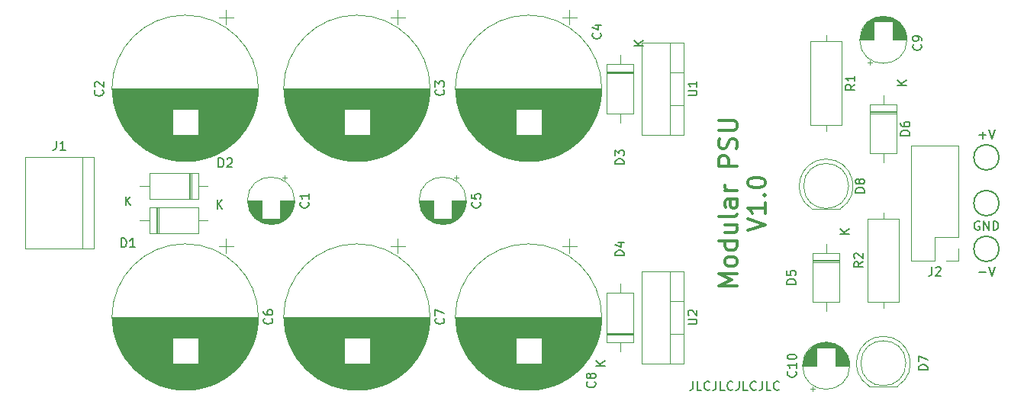
<source format=gto>
G04 #@! TF.GenerationSoftware,KiCad,Pcbnew,(5.1.9)-1*
G04 #@! TF.CreationDate,2021-10-01T14:54:33+02:00*
G04 #@! TF.ProjectId,PSU,5053552e-6b69-4636-9164-5f7063625858,rev?*
G04 #@! TF.SameCoordinates,Original*
G04 #@! TF.FileFunction,Legend,Top*
G04 #@! TF.FilePolarity,Positive*
%FSLAX46Y46*%
G04 Gerber Fmt 4.6, Leading zero omitted, Abs format (unit mm)*
G04 Created by KiCad (PCBNEW (5.1.9)-1) date 2021-10-01 14:54:33*
%MOMM*%
%LPD*%
G01*
G04 APERTURE LIST*
%ADD10C,0.300000*%
%ADD11C,0.150000*%
%ADD12C,0.120000*%
%ADD13C,3.200000*%
%ADD14C,1.600000*%
%ADD15R,1.600000X1.600000*%
%ADD16C,2.400000*%
%ADD17R,2.400000X2.400000*%
%ADD18C,1.800000*%
%ADD19R,1.800000X1.800000*%
%ADD20R,3.000000X3.000000*%
%ADD21C,3.000000*%
%ADD22R,1.700000X1.700000*%
%ADD23O,1.700000X1.700000*%
%ADD24O,2.000000X1.905000*%
%ADD25R,2.000000X1.905000*%
%ADD26O,1.600000X1.600000*%
%ADD27O,2.200000X2.200000*%
%ADD28R,2.200000X2.200000*%
%ADD29C,2.000000*%
G04 APERTURE END LIST*
D10*
X131619761Y-75437619D02*
X133619761Y-74770952D01*
X131619761Y-74104285D01*
X133619761Y-72390000D02*
X133619761Y-73532857D01*
X133619761Y-72961428D02*
X131619761Y-72961428D01*
X131905476Y-73151904D01*
X132095952Y-73342380D01*
X132191190Y-73532857D01*
X133429285Y-71532857D02*
X133524523Y-71437619D01*
X133619761Y-71532857D01*
X133524523Y-71628095D01*
X133429285Y-71532857D01*
X133619761Y-71532857D01*
X131619761Y-70199523D02*
X131619761Y-70009047D01*
X131715000Y-69818571D01*
X131810238Y-69723333D01*
X132000714Y-69628095D01*
X132381666Y-69532857D01*
X132857857Y-69532857D01*
X133238809Y-69628095D01*
X133429285Y-69723333D01*
X133524523Y-69818571D01*
X133619761Y-70009047D01*
X133619761Y-70199523D01*
X133524523Y-70390000D01*
X133429285Y-70485238D01*
X133238809Y-70580476D01*
X132857857Y-70675714D01*
X132381666Y-70675714D01*
X132000714Y-70580476D01*
X131810238Y-70485238D01*
X131715000Y-70390000D01*
X131619761Y-70199523D01*
D11*
X125555952Y-92162380D02*
X125555952Y-92876666D01*
X125508333Y-93019523D01*
X125413095Y-93114761D01*
X125270238Y-93162380D01*
X125175000Y-93162380D01*
X126508333Y-93162380D02*
X126032142Y-93162380D01*
X126032142Y-92162380D01*
X127413095Y-93067142D02*
X127365476Y-93114761D01*
X127222619Y-93162380D01*
X127127380Y-93162380D01*
X126984523Y-93114761D01*
X126889285Y-93019523D01*
X126841666Y-92924285D01*
X126794047Y-92733809D01*
X126794047Y-92590952D01*
X126841666Y-92400476D01*
X126889285Y-92305238D01*
X126984523Y-92210000D01*
X127127380Y-92162380D01*
X127222619Y-92162380D01*
X127365476Y-92210000D01*
X127413095Y-92257619D01*
X128127380Y-92162380D02*
X128127380Y-92876666D01*
X128079761Y-93019523D01*
X127984523Y-93114761D01*
X127841666Y-93162380D01*
X127746428Y-93162380D01*
X129079761Y-93162380D02*
X128603571Y-93162380D01*
X128603571Y-92162380D01*
X129984523Y-93067142D02*
X129936904Y-93114761D01*
X129794047Y-93162380D01*
X129698809Y-93162380D01*
X129555952Y-93114761D01*
X129460714Y-93019523D01*
X129413095Y-92924285D01*
X129365476Y-92733809D01*
X129365476Y-92590952D01*
X129413095Y-92400476D01*
X129460714Y-92305238D01*
X129555952Y-92210000D01*
X129698809Y-92162380D01*
X129794047Y-92162380D01*
X129936904Y-92210000D01*
X129984523Y-92257619D01*
X130698809Y-92162380D02*
X130698809Y-92876666D01*
X130651190Y-93019523D01*
X130555952Y-93114761D01*
X130413095Y-93162380D01*
X130317857Y-93162380D01*
X131651190Y-93162380D02*
X131175000Y-93162380D01*
X131175000Y-92162380D01*
X132555952Y-93067142D02*
X132508333Y-93114761D01*
X132365476Y-93162380D01*
X132270238Y-93162380D01*
X132127380Y-93114761D01*
X132032142Y-93019523D01*
X131984523Y-92924285D01*
X131936904Y-92733809D01*
X131936904Y-92590952D01*
X131984523Y-92400476D01*
X132032142Y-92305238D01*
X132127380Y-92210000D01*
X132270238Y-92162380D01*
X132365476Y-92162380D01*
X132508333Y-92210000D01*
X132555952Y-92257619D01*
X133270238Y-92162380D02*
X133270238Y-92876666D01*
X133222619Y-93019523D01*
X133127380Y-93114761D01*
X132984523Y-93162380D01*
X132889285Y-93162380D01*
X134222619Y-93162380D02*
X133746428Y-93162380D01*
X133746428Y-92162380D01*
X135127380Y-93067142D02*
X135079761Y-93114761D01*
X134936904Y-93162380D01*
X134841666Y-93162380D01*
X134698809Y-93114761D01*
X134603571Y-93019523D01*
X134555952Y-92924285D01*
X134508333Y-92733809D01*
X134508333Y-92590952D01*
X134555952Y-92400476D01*
X134603571Y-92305238D01*
X134698809Y-92210000D01*
X134841666Y-92162380D01*
X134936904Y-92162380D01*
X135079761Y-92210000D01*
X135127380Y-92257619D01*
D10*
X130444761Y-81580476D02*
X128444761Y-81580476D01*
X129873333Y-80913809D01*
X128444761Y-80247142D01*
X130444761Y-80247142D01*
X130444761Y-79009047D02*
X130349523Y-79199523D01*
X130254285Y-79294761D01*
X130063809Y-79389999D01*
X129492380Y-79389999D01*
X129301904Y-79294761D01*
X129206666Y-79199523D01*
X129111428Y-79009047D01*
X129111428Y-78723333D01*
X129206666Y-78532857D01*
X129301904Y-78437619D01*
X129492380Y-78342380D01*
X130063809Y-78342380D01*
X130254285Y-78437619D01*
X130349523Y-78532857D01*
X130444761Y-78723333D01*
X130444761Y-79009047D01*
X130444761Y-76628095D02*
X128444761Y-76628095D01*
X130349523Y-76628095D02*
X130444761Y-76818571D01*
X130444761Y-77199523D01*
X130349523Y-77389999D01*
X130254285Y-77485238D01*
X130063809Y-77580476D01*
X129492380Y-77580476D01*
X129301904Y-77485238D01*
X129206666Y-77389999D01*
X129111428Y-77199523D01*
X129111428Y-76818571D01*
X129206666Y-76628095D01*
X129111428Y-74818571D02*
X130444761Y-74818571D01*
X129111428Y-75675714D02*
X130159047Y-75675714D01*
X130349523Y-75580476D01*
X130444761Y-75389999D01*
X130444761Y-75104285D01*
X130349523Y-74913809D01*
X130254285Y-74818571D01*
X130444761Y-73580476D02*
X130349523Y-73770952D01*
X130159047Y-73866190D01*
X128444761Y-73866190D01*
X130444761Y-71961428D02*
X129397142Y-71961428D01*
X129206666Y-72056666D01*
X129111428Y-72247142D01*
X129111428Y-72628095D01*
X129206666Y-72818571D01*
X130349523Y-71961428D02*
X130444761Y-72151904D01*
X130444761Y-72628095D01*
X130349523Y-72818571D01*
X130159047Y-72913809D01*
X129968571Y-72913809D01*
X129778095Y-72818571D01*
X129682857Y-72628095D01*
X129682857Y-72151904D01*
X129587619Y-71961428D01*
X130444761Y-71009047D02*
X129111428Y-71009047D01*
X129492380Y-71009047D02*
X129301904Y-70913809D01*
X129206666Y-70818571D01*
X129111428Y-70628095D01*
X129111428Y-70437619D01*
X130444761Y-68247142D02*
X128444761Y-68247142D01*
X128444761Y-67485238D01*
X128540000Y-67294761D01*
X128635238Y-67199523D01*
X128825714Y-67104285D01*
X129111428Y-67104285D01*
X129301904Y-67199523D01*
X129397142Y-67294761D01*
X129492380Y-67485238D01*
X129492380Y-68247142D01*
X130349523Y-66342380D02*
X130444761Y-66056666D01*
X130444761Y-65580476D01*
X130349523Y-65390000D01*
X130254285Y-65294761D01*
X130063809Y-65199523D01*
X129873333Y-65199523D01*
X129682857Y-65294761D01*
X129587619Y-65390000D01*
X129492380Y-65580476D01*
X129397142Y-65961428D01*
X129301904Y-66151904D01*
X129206666Y-66247142D01*
X129016190Y-66342380D01*
X128825714Y-66342380D01*
X128635238Y-66247142D01*
X128540000Y-66151904D01*
X128444761Y-65961428D01*
X128444761Y-65485238D01*
X128540000Y-65199523D01*
X128444761Y-64342380D02*
X130063809Y-64342380D01*
X130254285Y-64247142D01*
X130349523Y-64151904D01*
X130444761Y-63961428D01*
X130444761Y-63580476D01*
X130349523Y-63390000D01*
X130254285Y-63294761D01*
X130063809Y-63199523D01*
X128444761Y-63199523D01*
D12*
X81360000Y-72120000D02*
G75*
G03*
X81360000Y-72120000I-2620000J0D01*
G01*
X77700000Y-72120000D02*
X76160000Y-72120000D01*
X81320000Y-72120000D02*
X79780000Y-72120000D01*
X77700000Y-72160000D02*
X76160000Y-72160000D01*
X81320000Y-72160000D02*
X79780000Y-72160000D01*
X81319000Y-72200000D02*
X79780000Y-72200000D01*
X77700000Y-72200000D02*
X76161000Y-72200000D01*
X81318000Y-72240000D02*
X79780000Y-72240000D01*
X77700000Y-72240000D02*
X76162000Y-72240000D01*
X81316000Y-72280000D02*
X79780000Y-72280000D01*
X77700000Y-72280000D02*
X76164000Y-72280000D01*
X81313000Y-72320000D02*
X79780000Y-72320000D01*
X77700000Y-72320000D02*
X76167000Y-72320000D01*
X81309000Y-72360000D02*
X79780000Y-72360000D01*
X77700000Y-72360000D02*
X76171000Y-72360000D01*
X81305000Y-72400000D02*
X79780000Y-72400000D01*
X77700000Y-72400000D02*
X76175000Y-72400000D01*
X81301000Y-72440000D02*
X79780000Y-72440000D01*
X77700000Y-72440000D02*
X76179000Y-72440000D01*
X81296000Y-72480000D02*
X79780000Y-72480000D01*
X77700000Y-72480000D02*
X76184000Y-72480000D01*
X81290000Y-72520000D02*
X79780000Y-72520000D01*
X77700000Y-72520000D02*
X76190000Y-72520000D01*
X81283000Y-72560000D02*
X79780000Y-72560000D01*
X77700000Y-72560000D02*
X76197000Y-72560000D01*
X81276000Y-72600000D02*
X79780000Y-72600000D01*
X77700000Y-72600000D02*
X76204000Y-72600000D01*
X81268000Y-72640000D02*
X79780000Y-72640000D01*
X77700000Y-72640000D02*
X76212000Y-72640000D01*
X81260000Y-72680000D02*
X79780000Y-72680000D01*
X77700000Y-72680000D02*
X76220000Y-72680000D01*
X81251000Y-72720000D02*
X79780000Y-72720000D01*
X77700000Y-72720000D02*
X76229000Y-72720000D01*
X81241000Y-72760000D02*
X79780000Y-72760000D01*
X77700000Y-72760000D02*
X76239000Y-72760000D01*
X81231000Y-72800000D02*
X79780000Y-72800000D01*
X77700000Y-72800000D02*
X76249000Y-72800000D01*
X81220000Y-72841000D02*
X79780000Y-72841000D01*
X77700000Y-72841000D02*
X76260000Y-72841000D01*
X81208000Y-72881000D02*
X79780000Y-72881000D01*
X77700000Y-72881000D02*
X76272000Y-72881000D01*
X81195000Y-72921000D02*
X79780000Y-72921000D01*
X77700000Y-72921000D02*
X76285000Y-72921000D01*
X81182000Y-72961000D02*
X79780000Y-72961000D01*
X77700000Y-72961000D02*
X76298000Y-72961000D01*
X81168000Y-73001000D02*
X79780000Y-73001000D01*
X77700000Y-73001000D02*
X76312000Y-73001000D01*
X81154000Y-73041000D02*
X79780000Y-73041000D01*
X77700000Y-73041000D02*
X76326000Y-73041000D01*
X81138000Y-73081000D02*
X79780000Y-73081000D01*
X77700000Y-73081000D02*
X76342000Y-73081000D01*
X81122000Y-73121000D02*
X79780000Y-73121000D01*
X77700000Y-73121000D02*
X76358000Y-73121000D01*
X81105000Y-73161000D02*
X79780000Y-73161000D01*
X77700000Y-73161000D02*
X76375000Y-73161000D01*
X81088000Y-73201000D02*
X79780000Y-73201000D01*
X77700000Y-73201000D02*
X76392000Y-73201000D01*
X81069000Y-73241000D02*
X79780000Y-73241000D01*
X77700000Y-73241000D02*
X76411000Y-73241000D01*
X81050000Y-73281000D02*
X79780000Y-73281000D01*
X77700000Y-73281000D02*
X76430000Y-73281000D01*
X81030000Y-73321000D02*
X79780000Y-73321000D01*
X77700000Y-73321000D02*
X76450000Y-73321000D01*
X81008000Y-73361000D02*
X79780000Y-73361000D01*
X77700000Y-73361000D02*
X76472000Y-73361000D01*
X80987000Y-73401000D02*
X79780000Y-73401000D01*
X77700000Y-73401000D02*
X76493000Y-73401000D01*
X80964000Y-73441000D02*
X79780000Y-73441000D01*
X77700000Y-73441000D02*
X76516000Y-73441000D01*
X80940000Y-73481000D02*
X79780000Y-73481000D01*
X77700000Y-73481000D02*
X76540000Y-73481000D01*
X80915000Y-73521000D02*
X79780000Y-73521000D01*
X77700000Y-73521000D02*
X76565000Y-73521000D01*
X80889000Y-73561000D02*
X79780000Y-73561000D01*
X77700000Y-73561000D02*
X76591000Y-73561000D01*
X80862000Y-73601000D02*
X79780000Y-73601000D01*
X77700000Y-73601000D02*
X76618000Y-73601000D01*
X80835000Y-73641000D02*
X79780000Y-73641000D01*
X77700000Y-73641000D02*
X76645000Y-73641000D01*
X80805000Y-73681000D02*
X79780000Y-73681000D01*
X77700000Y-73681000D02*
X76675000Y-73681000D01*
X80775000Y-73721000D02*
X79780000Y-73721000D01*
X77700000Y-73721000D02*
X76705000Y-73721000D01*
X80744000Y-73761000D02*
X79780000Y-73761000D01*
X77700000Y-73761000D02*
X76736000Y-73761000D01*
X80711000Y-73801000D02*
X79780000Y-73801000D01*
X77700000Y-73801000D02*
X76769000Y-73801000D01*
X80677000Y-73841000D02*
X79780000Y-73841000D01*
X77700000Y-73841000D02*
X76803000Y-73841000D01*
X80641000Y-73881000D02*
X79780000Y-73881000D01*
X77700000Y-73881000D02*
X76839000Y-73881000D01*
X80604000Y-73921000D02*
X79780000Y-73921000D01*
X77700000Y-73921000D02*
X76876000Y-73921000D01*
X80566000Y-73961000D02*
X79780000Y-73961000D01*
X77700000Y-73961000D02*
X76914000Y-73961000D01*
X80525000Y-74001000D02*
X79780000Y-74001000D01*
X77700000Y-74001000D02*
X76955000Y-74001000D01*
X80483000Y-74041000D02*
X79780000Y-74041000D01*
X77700000Y-74041000D02*
X76997000Y-74041000D01*
X80439000Y-74081000D02*
X79780000Y-74081000D01*
X77700000Y-74081000D02*
X77041000Y-74081000D01*
X80393000Y-74121000D02*
X79780000Y-74121000D01*
X77700000Y-74121000D02*
X77087000Y-74121000D01*
X80345000Y-74161000D02*
X77135000Y-74161000D01*
X80294000Y-74201000D02*
X77186000Y-74201000D01*
X80240000Y-74241000D02*
X77240000Y-74241000D01*
X80183000Y-74281000D02*
X77297000Y-74281000D01*
X80123000Y-74321000D02*
X77357000Y-74321000D01*
X80059000Y-74361000D02*
X77421000Y-74361000D01*
X79991000Y-74401000D02*
X77489000Y-74401000D01*
X79918000Y-74441000D02*
X77562000Y-74441000D01*
X79838000Y-74481000D02*
X77642000Y-74481000D01*
X79751000Y-74521000D02*
X77729000Y-74521000D01*
X79655000Y-74561000D02*
X77825000Y-74561000D01*
X79545000Y-74601000D02*
X77935000Y-74601000D01*
X79417000Y-74641000D02*
X78063000Y-74641000D01*
X79258000Y-74681000D02*
X78222000Y-74681000D01*
X79024000Y-74721000D02*
X78456000Y-74721000D01*
X80215000Y-69315225D02*
X80215000Y-69815225D01*
X80465000Y-69565225D02*
X79965000Y-69565225D01*
X77335000Y-59630000D02*
G75*
G03*
X77335000Y-59630000I-8120000J0D01*
G01*
X77296000Y-59630000D02*
X61134000Y-59630000D01*
X77295000Y-59670000D02*
X61135000Y-59670000D01*
X77295000Y-59710000D02*
X61135000Y-59710000D01*
X77295000Y-59750000D02*
X61135000Y-59750000D01*
X77294000Y-59790000D02*
X61136000Y-59790000D01*
X77293000Y-59830000D02*
X61137000Y-59830000D01*
X77292000Y-59870000D02*
X61138000Y-59870000D01*
X77291000Y-59910000D02*
X61139000Y-59910000D01*
X77289000Y-59950000D02*
X61141000Y-59950000D01*
X77288000Y-59990000D02*
X61142000Y-59990000D01*
X77286000Y-60030000D02*
X61144000Y-60030000D01*
X77284000Y-60070000D02*
X61146000Y-60070000D01*
X77281000Y-60110000D02*
X61149000Y-60110000D01*
X77279000Y-60150000D02*
X61151000Y-60150000D01*
X77276000Y-60190000D02*
X61154000Y-60190000D01*
X77273000Y-60230000D02*
X61157000Y-60230000D01*
X77270000Y-60270000D02*
X61160000Y-60270000D01*
X77267000Y-60310000D02*
X61163000Y-60310000D01*
X77264000Y-60351000D02*
X61166000Y-60351000D01*
X77260000Y-60391000D02*
X61170000Y-60391000D01*
X77256000Y-60431000D02*
X61174000Y-60431000D01*
X77252000Y-60471000D02*
X61178000Y-60471000D01*
X77248000Y-60511000D02*
X61182000Y-60511000D01*
X77243000Y-60551000D02*
X61187000Y-60551000D01*
X77239000Y-60591000D02*
X61191000Y-60591000D01*
X77234000Y-60631000D02*
X61196000Y-60631000D01*
X77229000Y-60671000D02*
X61201000Y-60671000D01*
X77223000Y-60711000D02*
X61207000Y-60711000D01*
X77218000Y-60751000D02*
X61212000Y-60751000D01*
X77212000Y-60791000D02*
X61218000Y-60791000D01*
X77206000Y-60831000D02*
X61224000Y-60831000D01*
X77200000Y-60871000D02*
X61230000Y-60871000D01*
X77194000Y-60911000D02*
X61236000Y-60911000D01*
X77187000Y-60951000D02*
X61243000Y-60951000D01*
X77181000Y-60991000D02*
X61249000Y-60991000D01*
X77174000Y-61031000D02*
X61256000Y-61031000D01*
X77167000Y-61071000D02*
X61263000Y-61071000D01*
X77159000Y-61111000D02*
X61271000Y-61111000D01*
X77152000Y-61151000D02*
X61278000Y-61151000D01*
X77144000Y-61191000D02*
X61286000Y-61191000D01*
X77136000Y-61231000D02*
X61294000Y-61231000D01*
X77128000Y-61271000D02*
X61302000Y-61271000D01*
X77120000Y-61311000D02*
X61310000Y-61311000D01*
X77111000Y-61351000D02*
X61319000Y-61351000D01*
X77102000Y-61391000D02*
X61328000Y-61391000D01*
X77093000Y-61431000D02*
X61337000Y-61431000D01*
X77084000Y-61471000D02*
X61346000Y-61471000D01*
X77075000Y-61511000D02*
X61355000Y-61511000D01*
X77065000Y-61551000D02*
X61365000Y-61551000D01*
X77055000Y-61591000D02*
X61375000Y-61591000D01*
X77045000Y-61631000D02*
X61385000Y-61631000D01*
X77035000Y-61671000D02*
X61395000Y-61671000D01*
X77025000Y-61711000D02*
X61405000Y-61711000D01*
X77014000Y-61751000D02*
X61416000Y-61751000D01*
X77003000Y-61791000D02*
X61427000Y-61791000D01*
X76992000Y-61831000D02*
X61438000Y-61831000D01*
X76980000Y-61871000D02*
X61450000Y-61871000D01*
X76969000Y-61911000D02*
X61461000Y-61911000D01*
X76957000Y-61951000D02*
X70655000Y-61951000D01*
X67775000Y-61951000D02*
X61473000Y-61951000D01*
X76945000Y-61991000D02*
X70655000Y-61991000D01*
X67775000Y-61991000D02*
X61485000Y-61991000D01*
X76933000Y-62031000D02*
X70655000Y-62031000D01*
X67775000Y-62031000D02*
X61497000Y-62031000D01*
X76920000Y-62071000D02*
X70655000Y-62071000D01*
X67775000Y-62071000D02*
X61510000Y-62071000D01*
X76908000Y-62111000D02*
X70655000Y-62111000D01*
X67775000Y-62111000D02*
X61522000Y-62111000D01*
X76895000Y-62151000D02*
X70655000Y-62151000D01*
X67775000Y-62151000D02*
X61535000Y-62151000D01*
X76881000Y-62191000D02*
X70655000Y-62191000D01*
X67775000Y-62191000D02*
X61549000Y-62191000D01*
X76868000Y-62231000D02*
X70655000Y-62231000D01*
X67775000Y-62231000D02*
X61562000Y-62231000D01*
X76854000Y-62271000D02*
X70655000Y-62271000D01*
X67775000Y-62271000D02*
X61576000Y-62271000D01*
X76840000Y-62311000D02*
X70655000Y-62311000D01*
X67775000Y-62311000D02*
X61590000Y-62311000D01*
X76826000Y-62351000D02*
X70655000Y-62351000D01*
X67775000Y-62351000D02*
X61604000Y-62351000D01*
X76812000Y-62391000D02*
X70655000Y-62391000D01*
X67775000Y-62391000D02*
X61618000Y-62391000D01*
X76797000Y-62431000D02*
X70655000Y-62431000D01*
X67775000Y-62431000D02*
X61633000Y-62431000D01*
X76783000Y-62471000D02*
X70655000Y-62471000D01*
X67775000Y-62471000D02*
X61647000Y-62471000D01*
X76768000Y-62511000D02*
X70655000Y-62511000D01*
X67775000Y-62511000D02*
X61662000Y-62511000D01*
X76752000Y-62551000D02*
X70655000Y-62551000D01*
X67775000Y-62551000D02*
X61678000Y-62551000D01*
X76737000Y-62591000D02*
X70655000Y-62591000D01*
X67775000Y-62591000D02*
X61693000Y-62591000D01*
X76721000Y-62631000D02*
X70655000Y-62631000D01*
X67775000Y-62631000D02*
X61709000Y-62631000D01*
X76705000Y-62671000D02*
X70655000Y-62671000D01*
X67775000Y-62671000D02*
X61725000Y-62671000D01*
X76689000Y-62711000D02*
X70655000Y-62711000D01*
X67775000Y-62711000D02*
X61741000Y-62711000D01*
X76672000Y-62751000D02*
X70655000Y-62751000D01*
X67775000Y-62751000D02*
X61758000Y-62751000D01*
X76655000Y-62791000D02*
X70655000Y-62791000D01*
X67775000Y-62791000D02*
X61775000Y-62791000D01*
X76638000Y-62831000D02*
X70655000Y-62831000D01*
X67775000Y-62831000D02*
X61792000Y-62831000D01*
X76621000Y-62871000D02*
X70655000Y-62871000D01*
X67775000Y-62871000D02*
X61809000Y-62871000D01*
X76604000Y-62911000D02*
X70655000Y-62911000D01*
X67775000Y-62911000D02*
X61826000Y-62911000D01*
X76586000Y-62951000D02*
X70655000Y-62951000D01*
X67775000Y-62951000D02*
X61844000Y-62951000D01*
X76568000Y-62991000D02*
X70655000Y-62991000D01*
X67775000Y-62991000D02*
X61862000Y-62991000D01*
X76549000Y-63031000D02*
X70655000Y-63031000D01*
X67775000Y-63031000D02*
X61881000Y-63031000D01*
X76531000Y-63071000D02*
X70655000Y-63071000D01*
X67775000Y-63071000D02*
X61899000Y-63071000D01*
X76512000Y-63111000D02*
X70655000Y-63111000D01*
X67775000Y-63111000D02*
X61918000Y-63111000D01*
X76493000Y-63151000D02*
X70655000Y-63151000D01*
X67775000Y-63151000D02*
X61937000Y-63151000D01*
X76473000Y-63191000D02*
X70655000Y-63191000D01*
X67775000Y-63191000D02*
X61957000Y-63191000D01*
X76454000Y-63231000D02*
X70655000Y-63231000D01*
X67775000Y-63231000D02*
X61976000Y-63231000D01*
X76434000Y-63271000D02*
X70655000Y-63271000D01*
X67775000Y-63271000D02*
X61996000Y-63271000D01*
X76414000Y-63311000D02*
X70655000Y-63311000D01*
X67775000Y-63311000D02*
X62016000Y-63311000D01*
X76393000Y-63351000D02*
X70655000Y-63351000D01*
X67775000Y-63351000D02*
X62037000Y-63351000D01*
X76372000Y-63391000D02*
X70655000Y-63391000D01*
X67775000Y-63391000D02*
X62058000Y-63391000D01*
X76351000Y-63431000D02*
X70655000Y-63431000D01*
X67775000Y-63431000D02*
X62079000Y-63431000D01*
X76330000Y-63471000D02*
X70655000Y-63471000D01*
X67775000Y-63471000D02*
X62100000Y-63471000D01*
X76309000Y-63511000D02*
X70655000Y-63511000D01*
X67775000Y-63511000D02*
X62121000Y-63511000D01*
X76287000Y-63551000D02*
X70655000Y-63551000D01*
X67775000Y-63551000D02*
X62143000Y-63551000D01*
X76264000Y-63591000D02*
X70655000Y-63591000D01*
X67775000Y-63591000D02*
X62166000Y-63591000D01*
X76242000Y-63631000D02*
X70655000Y-63631000D01*
X67775000Y-63631000D02*
X62188000Y-63631000D01*
X76219000Y-63671000D02*
X70655000Y-63671000D01*
X67775000Y-63671000D02*
X62211000Y-63671000D01*
X76196000Y-63711000D02*
X70655000Y-63711000D01*
X67775000Y-63711000D02*
X62234000Y-63711000D01*
X76173000Y-63751000D02*
X70655000Y-63751000D01*
X67775000Y-63751000D02*
X62257000Y-63751000D01*
X76149000Y-63791000D02*
X70655000Y-63791000D01*
X67775000Y-63791000D02*
X62281000Y-63791000D01*
X76125000Y-63831000D02*
X70655000Y-63831000D01*
X67775000Y-63831000D02*
X62305000Y-63831000D01*
X76101000Y-63871000D02*
X70655000Y-63871000D01*
X67775000Y-63871000D02*
X62329000Y-63871000D01*
X76076000Y-63911000D02*
X70655000Y-63911000D01*
X67775000Y-63911000D02*
X62354000Y-63911000D01*
X76051000Y-63951000D02*
X70655000Y-63951000D01*
X67775000Y-63951000D02*
X62379000Y-63951000D01*
X76026000Y-63991000D02*
X70655000Y-63991000D01*
X67775000Y-63991000D02*
X62404000Y-63991000D01*
X76000000Y-64031000D02*
X70655000Y-64031000D01*
X67775000Y-64031000D02*
X62430000Y-64031000D01*
X75974000Y-64071000D02*
X70655000Y-64071000D01*
X67775000Y-64071000D02*
X62456000Y-64071000D01*
X75948000Y-64111000D02*
X70655000Y-64111000D01*
X67775000Y-64111000D02*
X62482000Y-64111000D01*
X75921000Y-64151000D02*
X70655000Y-64151000D01*
X67775000Y-64151000D02*
X62509000Y-64151000D01*
X75894000Y-64191000D02*
X70655000Y-64191000D01*
X67775000Y-64191000D02*
X62536000Y-64191000D01*
X75867000Y-64231000D02*
X70655000Y-64231000D01*
X67775000Y-64231000D02*
X62563000Y-64231000D01*
X75839000Y-64271000D02*
X70655000Y-64271000D01*
X67775000Y-64271000D02*
X62591000Y-64271000D01*
X75811000Y-64311000D02*
X70655000Y-64311000D01*
X67775000Y-64311000D02*
X62619000Y-64311000D01*
X75783000Y-64351000D02*
X70655000Y-64351000D01*
X67775000Y-64351000D02*
X62647000Y-64351000D01*
X75754000Y-64391000D02*
X70655000Y-64391000D01*
X67775000Y-64391000D02*
X62676000Y-64391000D01*
X75725000Y-64431000D02*
X70655000Y-64431000D01*
X67775000Y-64431000D02*
X62705000Y-64431000D01*
X75695000Y-64471000D02*
X70655000Y-64471000D01*
X67775000Y-64471000D02*
X62735000Y-64471000D01*
X75665000Y-64511000D02*
X70655000Y-64511000D01*
X67775000Y-64511000D02*
X62765000Y-64511000D01*
X75635000Y-64551000D02*
X70655000Y-64551000D01*
X67775000Y-64551000D02*
X62795000Y-64551000D01*
X75605000Y-64591000D02*
X70655000Y-64591000D01*
X67775000Y-64591000D02*
X62825000Y-64591000D01*
X75573000Y-64631000D02*
X70655000Y-64631000D01*
X67775000Y-64631000D02*
X62857000Y-64631000D01*
X75542000Y-64671000D02*
X70655000Y-64671000D01*
X67775000Y-64671000D02*
X62888000Y-64671000D01*
X75510000Y-64711000D02*
X70655000Y-64711000D01*
X67775000Y-64711000D02*
X62920000Y-64711000D01*
X75478000Y-64751000D02*
X70655000Y-64751000D01*
X67775000Y-64751000D02*
X62952000Y-64751000D01*
X75445000Y-64791000D02*
X70655000Y-64791000D01*
X67775000Y-64791000D02*
X62985000Y-64791000D01*
X75412000Y-64831000D02*
X63018000Y-64831000D01*
X75378000Y-64871000D02*
X63052000Y-64871000D01*
X75344000Y-64911000D02*
X63086000Y-64911000D01*
X75310000Y-64951000D02*
X63120000Y-64951000D01*
X75275000Y-64991000D02*
X63155000Y-64991000D01*
X75240000Y-65031000D02*
X63190000Y-65031000D01*
X75204000Y-65071000D02*
X63226000Y-65071000D01*
X75167000Y-65111000D02*
X63263000Y-65111000D01*
X75131000Y-65151000D02*
X63299000Y-65151000D01*
X75093000Y-65191000D02*
X63337000Y-65191000D01*
X75055000Y-65231000D02*
X63375000Y-65231000D01*
X75017000Y-65271000D02*
X63413000Y-65271000D01*
X74978000Y-65311000D02*
X63452000Y-65311000D01*
X74939000Y-65351000D02*
X63491000Y-65351000D01*
X74899000Y-65391000D02*
X63531000Y-65391000D01*
X74858000Y-65431000D02*
X63572000Y-65431000D01*
X74817000Y-65471000D02*
X63613000Y-65471000D01*
X74775000Y-65511000D02*
X63655000Y-65511000D01*
X74733000Y-65551000D02*
X63697000Y-65551000D01*
X74690000Y-65591000D02*
X63740000Y-65591000D01*
X74647000Y-65631000D02*
X63783000Y-65631000D01*
X74603000Y-65671000D02*
X63827000Y-65671000D01*
X74558000Y-65711000D02*
X63872000Y-65711000D01*
X74512000Y-65751000D02*
X63918000Y-65751000D01*
X74466000Y-65791000D02*
X63964000Y-65791000D01*
X74419000Y-65831000D02*
X64011000Y-65831000D01*
X74371000Y-65871000D02*
X64059000Y-65871000D01*
X74323000Y-65911000D02*
X64107000Y-65911000D01*
X74274000Y-65951000D02*
X64156000Y-65951000D01*
X74224000Y-65991000D02*
X64206000Y-65991000D01*
X74173000Y-66031000D02*
X64257000Y-66031000D01*
X74121000Y-66071000D02*
X64309000Y-66071000D01*
X74069000Y-66111000D02*
X64361000Y-66111000D01*
X74015000Y-66151000D02*
X64415000Y-66151000D01*
X73961000Y-66191000D02*
X64469000Y-66191000D01*
X73906000Y-66231000D02*
X64524000Y-66231000D01*
X73849000Y-66271000D02*
X64581000Y-66271000D01*
X73792000Y-66311000D02*
X64638000Y-66311000D01*
X73734000Y-66351000D02*
X64696000Y-66351000D01*
X73674000Y-66391000D02*
X64756000Y-66391000D01*
X73613000Y-66431000D02*
X64817000Y-66431000D01*
X73551000Y-66471000D02*
X64879000Y-66471000D01*
X73488000Y-66511000D02*
X64942000Y-66511000D01*
X73424000Y-66551000D02*
X65006000Y-66551000D01*
X73358000Y-66591000D02*
X65072000Y-66591000D01*
X73291000Y-66631000D02*
X65139000Y-66631000D01*
X73222000Y-66671000D02*
X65208000Y-66671000D01*
X73151000Y-66711000D02*
X65279000Y-66711000D01*
X73079000Y-66751000D02*
X65351000Y-66751000D01*
X73005000Y-66791000D02*
X65425000Y-66791000D01*
X72930000Y-66831000D02*
X65500000Y-66831000D01*
X72852000Y-66871000D02*
X65578000Y-66871000D01*
X72772000Y-66911000D02*
X65658000Y-66911000D01*
X72690000Y-66951000D02*
X65740000Y-66951000D01*
X72605000Y-66991000D02*
X65825000Y-66991000D01*
X72518000Y-67031000D02*
X65912000Y-67031000D01*
X72428000Y-67071000D02*
X66002000Y-67071000D01*
X72335000Y-67111000D02*
X66095000Y-67111000D01*
X72239000Y-67151000D02*
X66191000Y-67151000D01*
X72139000Y-67191000D02*
X66291000Y-67191000D01*
X72035000Y-67231000D02*
X66395000Y-67231000D01*
X71926000Y-67271000D02*
X66504000Y-67271000D01*
X71812000Y-67311000D02*
X66618000Y-67311000D01*
X71693000Y-67351000D02*
X66737000Y-67351000D01*
X71566000Y-67391000D02*
X66864000Y-67391000D01*
X71433000Y-67431000D02*
X66997000Y-67431000D01*
X71289000Y-67471000D02*
X67141000Y-67471000D01*
X71135000Y-67511000D02*
X67295000Y-67511000D01*
X70967000Y-67551000D02*
X67463000Y-67551000D01*
X70779000Y-67591000D02*
X67651000Y-67591000D01*
X70566000Y-67631000D02*
X67864000Y-67631000D01*
X70313000Y-67671000D02*
X68117000Y-67671000D01*
X69980000Y-67711000D02*
X68450000Y-67711000D01*
X73770000Y-50940509D02*
X73770000Y-52540509D01*
X74570000Y-51740509D02*
X72970000Y-51740509D01*
X96385000Y-59630000D02*
G75*
G03*
X96385000Y-59630000I-8120000J0D01*
G01*
X96346000Y-59630000D02*
X80184000Y-59630000D01*
X96345000Y-59670000D02*
X80185000Y-59670000D01*
X96345000Y-59710000D02*
X80185000Y-59710000D01*
X96345000Y-59750000D02*
X80185000Y-59750000D01*
X96344000Y-59790000D02*
X80186000Y-59790000D01*
X96343000Y-59830000D02*
X80187000Y-59830000D01*
X96342000Y-59870000D02*
X80188000Y-59870000D01*
X96341000Y-59910000D02*
X80189000Y-59910000D01*
X96339000Y-59950000D02*
X80191000Y-59950000D01*
X96338000Y-59990000D02*
X80192000Y-59990000D01*
X96336000Y-60030000D02*
X80194000Y-60030000D01*
X96334000Y-60070000D02*
X80196000Y-60070000D01*
X96331000Y-60110000D02*
X80199000Y-60110000D01*
X96329000Y-60150000D02*
X80201000Y-60150000D01*
X96326000Y-60190000D02*
X80204000Y-60190000D01*
X96323000Y-60230000D02*
X80207000Y-60230000D01*
X96320000Y-60270000D02*
X80210000Y-60270000D01*
X96317000Y-60310000D02*
X80213000Y-60310000D01*
X96314000Y-60351000D02*
X80216000Y-60351000D01*
X96310000Y-60391000D02*
X80220000Y-60391000D01*
X96306000Y-60431000D02*
X80224000Y-60431000D01*
X96302000Y-60471000D02*
X80228000Y-60471000D01*
X96298000Y-60511000D02*
X80232000Y-60511000D01*
X96293000Y-60551000D02*
X80237000Y-60551000D01*
X96289000Y-60591000D02*
X80241000Y-60591000D01*
X96284000Y-60631000D02*
X80246000Y-60631000D01*
X96279000Y-60671000D02*
X80251000Y-60671000D01*
X96273000Y-60711000D02*
X80257000Y-60711000D01*
X96268000Y-60751000D02*
X80262000Y-60751000D01*
X96262000Y-60791000D02*
X80268000Y-60791000D01*
X96256000Y-60831000D02*
X80274000Y-60831000D01*
X96250000Y-60871000D02*
X80280000Y-60871000D01*
X96244000Y-60911000D02*
X80286000Y-60911000D01*
X96237000Y-60951000D02*
X80293000Y-60951000D01*
X96231000Y-60991000D02*
X80299000Y-60991000D01*
X96224000Y-61031000D02*
X80306000Y-61031000D01*
X96217000Y-61071000D02*
X80313000Y-61071000D01*
X96209000Y-61111000D02*
X80321000Y-61111000D01*
X96202000Y-61151000D02*
X80328000Y-61151000D01*
X96194000Y-61191000D02*
X80336000Y-61191000D01*
X96186000Y-61231000D02*
X80344000Y-61231000D01*
X96178000Y-61271000D02*
X80352000Y-61271000D01*
X96170000Y-61311000D02*
X80360000Y-61311000D01*
X96161000Y-61351000D02*
X80369000Y-61351000D01*
X96152000Y-61391000D02*
X80378000Y-61391000D01*
X96143000Y-61431000D02*
X80387000Y-61431000D01*
X96134000Y-61471000D02*
X80396000Y-61471000D01*
X96125000Y-61511000D02*
X80405000Y-61511000D01*
X96115000Y-61551000D02*
X80415000Y-61551000D01*
X96105000Y-61591000D02*
X80425000Y-61591000D01*
X96095000Y-61631000D02*
X80435000Y-61631000D01*
X96085000Y-61671000D02*
X80445000Y-61671000D01*
X96075000Y-61711000D02*
X80455000Y-61711000D01*
X96064000Y-61751000D02*
X80466000Y-61751000D01*
X96053000Y-61791000D02*
X80477000Y-61791000D01*
X96042000Y-61831000D02*
X80488000Y-61831000D01*
X96030000Y-61871000D02*
X80500000Y-61871000D01*
X96019000Y-61911000D02*
X80511000Y-61911000D01*
X96007000Y-61951000D02*
X89705000Y-61951000D01*
X86825000Y-61951000D02*
X80523000Y-61951000D01*
X95995000Y-61991000D02*
X89705000Y-61991000D01*
X86825000Y-61991000D02*
X80535000Y-61991000D01*
X95983000Y-62031000D02*
X89705000Y-62031000D01*
X86825000Y-62031000D02*
X80547000Y-62031000D01*
X95970000Y-62071000D02*
X89705000Y-62071000D01*
X86825000Y-62071000D02*
X80560000Y-62071000D01*
X95958000Y-62111000D02*
X89705000Y-62111000D01*
X86825000Y-62111000D02*
X80572000Y-62111000D01*
X95945000Y-62151000D02*
X89705000Y-62151000D01*
X86825000Y-62151000D02*
X80585000Y-62151000D01*
X95931000Y-62191000D02*
X89705000Y-62191000D01*
X86825000Y-62191000D02*
X80599000Y-62191000D01*
X95918000Y-62231000D02*
X89705000Y-62231000D01*
X86825000Y-62231000D02*
X80612000Y-62231000D01*
X95904000Y-62271000D02*
X89705000Y-62271000D01*
X86825000Y-62271000D02*
X80626000Y-62271000D01*
X95890000Y-62311000D02*
X89705000Y-62311000D01*
X86825000Y-62311000D02*
X80640000Y-62311000D01*
X95876000Y-62351000D02*
X89705000Y-62351000D01*
X86825000Y-62351000D02*
X80654000Y-62351000D01*
X95862000Y-62391000D02*
X89705000Y-62391000D01*
X86825000Y-62391000D02*
X80668000Y-62391000D01*
X95847000Y-62431000D02*
X89705000Y-62431000D01*
X86825000Y-62431000D02*
X80683000Y-62431000D01*
X95833000Y-62471000D02*
X89705000Y-62471000D01*
X86825000Y-62471000D02*
X80697000Y-62471000D01*
X95818000Y-62511000D02*
X89705000Y-62511000D01*
X86825000Y-62511000D02*
X80712000Y-62511000D01*
X95802000Y-62551000D02*
X89705000Y-62551000D01*
X86825000Y-62551000D02*
X80728000Y-62551000D01*
X95787000Y-62591000D02*
X89705000Y-62591000D01*
X86825000Y-62591000D02*
X80743000Y-62591000D01*
X95771000Y-62631000D02*
X89705000Y-62631000D01*
X86825000Y-62631000D02*
X80759000Y-62631000D01*
X95755000Y-62671000D02*
X89705000Y-62671000D01*
X86825000Y-62671000D02*
X80775000Y-62671000D01*
X95739000Y-62711000D02*
X89705000Y-62711000D01*
X86825000Y-62711000D02*
X80791000Y-62711000D01*
X95722000Y-62751000D02*
X89705000Y-62751000D01*
X86825000Y-62751000D02*
X80808000Y-62751000D01*
X95705000Y-62791000D02*
X89705000Y-62791000D01*
X86825000Y-62791000D02*
X80825000Y-62791000D01*
X95688000Y-62831000D02*
X89705000Y-62831000D01*
X86825000Y-62831000D02*
X80842000Y-62831000D01*
X95671000Y-62871000D02*
X89705000Y-62871000D01*
X86825000Y-62871000D02*
X80859000Y-62871000D01*
X95654000Y-62911000D02*
X89705000Y-62911000D01*
X86825000Y-62911000D02*
X80876000Y-62911000D01*
X95636000Y-62951000D02*
X89705000Y-62951000D01*
X86825000Y-62951000D02*
X80894000Y-62951000D01*
X95618000Y-62991000D02*
X89705000Y-62991000D01*
X86825000Y-62991000D02*
X80912000Y-62991000D01*
X95599000Y-63031000D02*
X89705000Y-63031000D01*
X86825000Y-63031000D02*
X80931000Y-63031000D01*
X95581000Y-63071000D02*
X89705000Y-63071000D01*
X86825000Y-63071000D02*
X80949000Y-63071000D01*
X95562000Y-63111000D02*
X89705000Y-63111000D01*
X86825000Y-63111000D02*
X80968000Y-63111000D01*
X95543000Y-63151000D02*
X89705000Y-63151000D01*
X86825000Y-63151000D02*
X80987000Y-63151000D01*
X95523000Y-63191000D02*
X89705000Y-63191000D01*
X86825000Y-63191000D02*
X81007000Y-63191000D01*
X95504000Y-63231000D02*
X89705000Y-63231000D01*
X86825000Y-63231000D02*
X81026000Y-63231000D01*
X95484000Y-63271000D02*
X89705000Y-63271000D01*
X86825000Y-63271000D02*
X81046000Y-63271000D01*
X95464000Y-63311000D02*
X89705000Y-63311000D01*
X86825000Y-63311000D02*
X81066000Y-63311000D01*
X95443000Y-63351000D02*
X89705000Y-63351000D01*
X86825000Y-63351000D02*
X81087000Y-63351000D01*
X95422000Y-63391000D02*
X89705000Y-63391000D01*
X86825000Y-63391000D02*
X81108000Y-63391000D01*
X95401000Y-63431000D02*
X89705000Y-63431000D01*
X86825000Y-63431000D02*
X81129000Y-63431000D01*
X95380000Y-63471000D02*
X89705000Y-63471000D01*
X86825000Y-63471000D02*
X81150000Y-63471000D01*
X95359000Y-63511000D02*
X89705000Y-63511000D01*
X86825000Y-63511000D02*
X81171000Y-63511000D01*
X95337000Y-63551000D02*
X89705000Y-63551000D01*
X86825000Y-63551000D02*
X81193000Y-63551000D01*
X95314000Y-63591000D02*
X89705000Y-63591000D01*
X86825000Y-63591000D02*
X81216000Y-63591000D01*
X95292000Y-63631000D02*
X89705000Y-63631000D01*
X86825000Y-63631000D02*
X81238000Y-63631000D01*
X95269000Y-63671000D02*
X89705000Y-63671000D01*
X86825000Y-63671000D02*
X81261000Y-63671000D01*
X95246000Y-63711000D02*
X89705000Y-63711000D01*
X86825000Y-63711000D02*
X81284000Y-63711000D01*
X95223000Y-63751000D02*
X89705000Y-63751000D01*
X86825000Y-63751000D02*
X81307000Y-63751000D01*
X95199000Y-63791000D02*
X89705000Y-63791000D01*
X86825000Y-63791000D02*
X81331000Y-63791000D01*
X95175000Y-63831000D02*
X89705000Y-63831000D01*
X86825000Y-63831000D02*
X81355000Y-63831000D01*
X95151000Y-63871000D02*
X89705000Y-63871000D01*
X86825000Y-63871000D02*
X81379000Y-63871000D01*
X95126000Y-63911000D02*
X89705000Y-63911000D01*
X86825000Y-63911000D02*
X81404000Y-63911000D01*
X95101000Y-63951000D02*
X89705000Y-63951000D01*
X86825000Y-63951000D02*
X81429000Y-63951000D01*
X95076000Y-63991000D02*
X89705000Y-63991000D01*
X86825000Y-63991000D02*
X81454000Y-63991000D01*
X95050000Y-64031000D02*
X89705000Y-64031000D01*
X86825000Y-64031000D02*
X81480000Y-64031000D01*
X95024000Y-64071000D02*
X89705000Y-64071000D01*
X86825000Y-64071000D02*
X81506000Y-64071000D01*
X94998000Y-64111000D02*
X89705000Y-64111000D01*
X86825000Y-64111000D02*
X81532000Y-64111000D01*
X94971000Y-64151000D02*
X89705000Y-64151000D01*
X86825000Y-64151000D02*
X81559000Y-64151000D01*
X94944000Y-64191000D02*
X89705000Y-64191000D01*
X86825000Y-64191000D02*
X81586000Y-64191000D01*
X94917000Y-64231000D02*
X89705000Y-64231000D01*
X86825000Y-64231000D02*
X81613000Y-64231000D01*
X94889000Y-64271000D02*
X89705000Y-64271000D01*
X86825000Y-64271000D02*
X81641000Y-64271000D01*
X94861000Y-64311000D02*
X89705000Y-64311000D01*
X86825000Y-64311000D02*
X81669000Y-64311000D01*
X94833000Y-64351000D02*
X89705000Y-64351000D01*
X86825000Y-64351000D02*
X81697000Y-64351000D01*
X94804000Y-64391000D02*
X89705000Y-64391000D01*
X86825000Y-64391000D02*
X81726000Y-64391000D01*
X94775000Y-64431000D02*
X89705000Y-64431000D01*
X86825000Y-64431000D02*
X81755000Y-64431000D01*
X94745000Y-64471000D02*
X89705000Y-64471000D01*
X86825000Y-64471000D02*
X81785000Y-64471000D01*
X94715000Y-64511000D02*
X89705000Y-64511000D01*
X86825000Y-64511000D02*
X81815000Y-64511000D01*
X94685000Y-64551000D02*
X89705000Y-64551000D01*
X86825000Y-64551000D02*
X81845000Y-64551000D01*
X94655000Y-64591000D02*
X89705000Y-64591000D01*
X86825000Y-64591000D02*
X81875000Y-64591000D01*
X94623000Y-64631000D02*
X89705000Y-64631000D01*
X86825000Y-64631000D02*
X81907000Y-64631000D01*
X94592000Y-64671000D02*
X89705000Y-64671000D01*
X86825000Y-64671000D02*
X81938000Y-64671000D01*
X94560000Y-64711000D02*
X89705000Y-64711000D01*
X86825000Y-64711000D02*
X81970000Y-64711000D01*
X94528000Y-64751000D02*
X89705000Y-64751000D01*
X86825000Y-64751000D02*
X82002000Y-64751000D01*
X94495000Y-64791000D02*
X89705000Y-64791000D01*
X86825000Y-64791000D02*
X82035000Y-64791000D01*
X94462000Y-64831000D02*
X82068000Y-64831000D01*
X94428000Y-64871000D02*
X82102000Y-64871000D01*
X94394000Y-64911000D02*
X82136000Y-64911000D01*
X94360000Y-64951000D02*
X82170000Y-64951000D01*
X94325000Y-64991000D02*
X82205000Y-64991000D01*
X94290000Y-65031000D02*
X82240000Y-65031000D01*
X94254000Y-65071000D02*
X82276000Y-65071000D01*
X94217000Y-65111000D02*
X82313000Y-65111000D01*
X94181000Y-65151000D02*
X82349000Y-65151000D01*
X94143000Y-65191000D02*
X82387000Y-65191000D01*
X94105000Y-65231000D02*
X82425000Y-65231000D01*
X94067000Y-65271000D02*
X82463000Y-65271000D01*
X94028000Y-65311000D02*
X82502000Y-65311000D01*
X93989000Y-65351000D02*
X82541000Y-65351000D01*
X93949000Y-65391000D02*
X82581000Y-65391000D01*
X93908000Y-65431000D02*
X82622000Y-65431000D01*
X93867000Y-65471000D02*
X82663000Y-65471000D01*
X93825000Y-65511000D02*
X82705000Y-65511000D01*
X93783000Y-65551000D02*
X82747000Y-65551000D01*
X93740000Y-65591000D02*
X82790000Y-65591000D01*
X93697000Y-65631000D02*
X82833000Y-65631000D01*
X93653000Y-65671000D02*
X82877000Y-65671000D01*
X93608000Y-65711000D02*
X82922000Y-65711000D01*
X93562000Y-65751000D02*
X82968000Y-65751000D01*
X93516000Y-65791000D02*
X83014000Y-65791000D01*
X93469000Y-65831000D02*
X83061000Y-65831000D01*
X93421000Y-65871000D02*
X83109000Y-65871000D01*
X93373000Y-65911000D02*
X83157000Y-65911000D01*
X93324000Y-65951000D02*
X83206000Y-65951000D01*
X93274000Y-65991000D02*
X83256000Y-65991000D01*
X93223000Y-66031000D02*
X83307000Y-66031000D01*
X93171000Y-66071000D02*
X83359000Y-66071000D01*
X93119000Y-66111000D02*
X83411000Y-66111000D01*
X93065000Y-66151000D02*
X83465000Y-66151000D01*
X93011000Y-66191000D02*
X83519000Y-66191000D01*
X92956000Y-66231000D02*
X83574000Y-66231000D01*
X92899000Y-66271000D02*
X83631000Y-66271000D01*
X92842000Y-66311000D02*
X83688000Y-66311000D01*
X92784000Y-66351000D02*
X83746000Y-66351000D01*
X92724000Y-66391000D02*
X83806000Y-66391000D01*
X92663000Y-66431000D02*
X83867000Y-66431000D01*
X92601000Y-66471000D02*
X83929000Y-66471000D01*
X92538000Y-66511000D02*
X83992000Y-66511000D01*
X92474000Y-66551000D02*
X84056000Y-66551000D01*
X92408000Y-66591000D02*
X84122000Y-66591000D01*
X92341000Y-66631000D02*
X84189000Y-66631000D01*
X92272000Y-66671000D02*
X84258000Y-66671000D01*
X92201000Y-66711000D02*
X84329000Y-66711000D01*
X92129000Y-66751000D02*
X84401000Y-66751000D01*
X92055000Y-66791000D02*
X84475000Y-66791000D01*
X91980000Y-66831000D02*
X84550000Y-66831000D01*
X91902000Y-66871000D02*
X84628000Y-66871000D01*
X91822000Y-66911000D02*
X84708000Y-66911000D01*
X91740000Y-66951000D02*
X84790000Y-66951000D01*
X91655000Y-66991000D02*
X84875000Y-66991000D01*
X91568000Y-67031000D02*
X84962000Y-67031000D01*
X91478000Y-67071000D02*
X85052000Y-67071000D01*
X91385000Y-67111000D02*
X85145000Y-67111000D01*
X91289000Y-67151000D02*
X85241000Y-67151000D01*
X91189000Y-67191000D02*
X85341000Y-67191000D01*
X91085000Y-67231000D02*
X85445000Y-67231000D01*
X90976000Y-67271000D02*
X85554000Y-67271000D01*
X90862000Y-67311000D02*
X85668000Y-67311000D01*
X90743000Y-67351000D02*
X85787000Y-67351000D01*
X90616000Y-67391000D02*
X85914000Y-67391000D01*
X90483000Y-67431000D02*
X86047000Y-67431000D01*
X90339000Y-67471000D02*
X86191000Y-67471000D01*
X90185000Y-67511000D02*
X86345000Y-67511000D01*
X90017000Y-67551000D02*
X86513000Y-67551000D01*
X89829000Y-67591000D02*
X86701000Y-67591000D01*
X89616000Y-67631000D02*
X86914000Y-67631000D01*
X89363000Y-67671000D02*
X87167000Y-67671000D01*
X89030000Y-67711000D02*
X87500000Y-67711000D01*
X92820000Y-50940509D02*
X92820000Y-52540509D01*
X93620000Y-51740509D02*
X92020000Y-51740509D01*
X112670000Y-51740509D02*
X111070000Y-51740509D01*
X111870000Y-50940509D02*
X111870000Y-52540509D01*
X108080000Y-67711000D02*
X106550000Y-67711000D01*
X108413000Y-67671000D02*
X106217000Y-67671000D01*
X108666000Y-67631000D02*
X105964000Y-67631000D01*
X108879000Y-67591000D02*
X105751000Y-67591000D01*
X109067000Y-67551000D02*
X105563000Y-67551000D01*
X109235000Y-67511000D02*
X105395000Y-67511000D01*
X109389000Y-67471000D02*
X105241000Y-67471000D01*
X109533000Y-67431000D02*
X105097000Y-67431000D01*
X109666000Y-67391000D02*
X104964000Y-67391000D01*
X109793000Y-67351000D02*
X104837000Y-67351000D01*
X109912000Y-67311000D02*
X104718000Y-67311000D01*
X110026000Y-67271000D02*
X104604000Y-67271000D01*
X110135000Y-67231000D02*
X104495000Y-67231000D01*
X110239000Y-67191000D02*
X104391000Y-67191000D01*
X110339000Y-67151000D02*
X104291000Y-67151000D01*
X110435000Y-67111000D02*
X104195000Y-67111000D01*
X110528000Y-67071000D02*
X104102000Y-67071000D01*
X110618000Y-67031000D02*
X104012000Y-67031000D01*
X110705000Y-66991000D02*
X103925000Y-66991000D01*
X110790000Y-66951000D02*
X103840000Y-66951000D01*
X110872000Y-66911000D02*
X103758000Y-66911000D01*
X110952000Y-66871000D02*
X103678000Y-66871000D01*
X111030000Y-66831000D02*
X103600000Y-66831000D01*
X111105000Y-66791000D02*
X103525000Y-66791000D01*
X111179000Y-66751000D02*
X103451000Y-66751000D01*
X111251000Y-66711000D02*
X103379000Y-66711000D01*
X111322000Y-66671000D02*
X103308000Y-66671000D01*
X111391000Y-66631000D02*
X103239000Y-66631000D01*
X111458000Y-66591000D02*
X103172000Y-66591000D01*
X111524000Y-66551000D02*
X103106000Y-66551000D01*
X111588000Y-66511000D02*
X103042000Y-66511000D01*
X111651000Y-66471000D02*
X102979000Y-66471000D01*
X111713000Y-66431000D02*
X102917000Y-66431000D01*
X111774000Y-66391000D02*
X102856000Y-66391000D01*
X111834000Y-66351000D02*
X102796000Y-66351000D01*
X111892000Y-66311000D02*
X102738000Y-66311000D01*
X111949000Y-66271000D02*
X102681000Y-66271000D01*
X112006000Y-66231000D02*
X102624000Y-66231000D01*
X112061000Y-66191000D02*
X102569000Y-66191000D01*
X112115000Y-66151000D02*
X102515000Y-66151000D01*
X112169000Y-66111000D02*
X102461000Y-66111000D01*
X112221000Y-66071000D02*
X102409000Y-66071000D01*
X112273000Y-66031000D02*
X102357000Y-66031000D01*
X112324000Y-65991000D02*
X102306000Y-65991000D01*
X112374000Y-65951000D02*
X102256000Y-65951000D01*
X112423000Y-65911000D02*
X102207000Y-65911000D01*
X112471000Y-65871000D02*
X102159000Y-65871000D01*
X112519000Y-65831000D02*
X102111000Y-65831000D01*
X112566000Y-65791000D02*
X102064000Y-65791000D01*
X112612000Y-65751000D02*
X102018000Y-65751000D01*
X112658000Y-65711000D02*
X101972000Y-65711000D01*
X112703000Y-65671000D02*
X101927000Y-65671000D01*
X112747000Y-65631000D02*
X101883000Y-65631000D01*
X112790000Y-65591000D02*
X101840000Y-65591000D01*
X112833000Y-65551000D02*
X101797000Y-65551000D01*
X112875000Y-65511000D02*
X101755000Y-65511000D01*
X112917000Y-65471000D02*
X101713000Y-65471000D01*
X112958000Y-65431000D02*
X101672000Y-65431000D01*
X112999000Y-65391000D02*
X101631000Y-65391000D01*
X113039000Y-65351000D02*
X101591000Y-65351000D01*
X113078000Y-65311000D02*
X101552000Y-65311000D01*
X113117000Y-65271000D02*
X101513000Y-65271000D01*
X113155000Y-65231000D02*
X101475000Y-65231000D01*
X113193000Y-65191000D02*
X101437000Y-65191000D01*
X113231000Y-65151000D02*
X101399000Y-65151000D01*
X113267000Y-65111000D02*
X101363000Y-65111000D01*
X113304000Y-65071000D02*
X101326000Y-65071000D01*
X113340000Y-65031000D02*
X101290000Y-65031000D01*
X113375000Y-64991000D02*
X101255000Y-64991000D01*
X113410000Y-64951000D02*
X101220000Y-64951000D01*
X113444000Y-64911000D02*
X101186000Y-64911000D01*
X113478000Y-64871000D02*
X101152000Y-64871000D01*
X113512000Y-64831000D02*
X101118000Y-64831000D01*
X105875000Y-64791000D02*
X101085000Y-64791000D01*
X113545000Y-64791000D02*
X108755000Y-64791000D01*
X105875000Y-64751000D02*
X101052000Y-64751000D01*
X113578000Y-64751000D02*
X108755000Y-64751000D01*
X105875000Y-64711000D02*
X101020000Y-64711000D01*
X113610000Y-64711000D02*
X108755000Y-64711000D01*
X105875000Y-64671000D02*
X100988000Y-64671000D01*
X113642000Y-64671000D02*
X108755000Y-64671000D01*
X105875000Y-64631000D02*
X100957000Y-64631000D01*
X113673000Y-64631000D02*
X108755000Y-64631000D01*
X105875000Y-64591000D02*
X100925000Y-64591000D01*
X113705000Y-64591000D02*
X108755000Y-64591000D01*
X105875000Y-64551000D02*
X100895000Y-64551000D01*
X113735000Y-64551000D02*
X108755000Y-64551000D01*
X105875000Y-64511000D02*
X100865000Y-64511000D01*
X113765000Y-64511000D02*
X108755000Y-64511000D01*
X105875000Y-64471000D02*
X100835000Y-64471000D01*
X113795000Y-64471000D02*
X108755000Y-64471000D01*
X105875000Y-64431000D02*
X100805000Y-64431000D01*
X113825000Y-64431000D02*
X108755000Y-64431000D01*
X105875000Y-64391000D02*
X100776000Y-64391000D01*
X113854000Y-64391000D02*
X108755000Y-64391000D01*
X105875000Y-64351000D02*
X100747000Y-64351000D01*
X113883000Y-64351000D02*
X108755000Y-64351000D01*
X105875000Y-64311000D02*
X100719000Y-64311000D01*
X113911000Y-64311000D02*
X108755000Y-64311000D01*
X105875000Y-64271000D02*
X100691000Y-64271000D01*
X113939000Y-64271000D02*
X108755000Y-64271000D01*
X105875000Y-64231000D02*
X100663000Y-64231000D01*
X113967000Y-64231000D02*
X108755000Y-64231000D01*
X105875000Y-64191000D02*
X100636000Y-64191000D01*
X113994000Y-64191000D02*
X108755000Y-64191000D01*
X105875000Y-64151000D02*
X100609000Y-64151000D01*
X114021000Y-64151000D02*
X108755000Y-64151000D01*
X105875000Y-64111000D02*
X100582000Y-64111000D01*
X114048000Y-64111000D02*
X108755000Y-64111000D01*
X105875000Y-64071000D02*
X100556000Y-64071000D01*
X114074000Y-64071000D02*
X108755000Y-64071000D01*
X105875000Y-64031000D02*
X100530000Y-64031000D01*
X114100000Y-64031000D02*
X108755000Y-64031000D01*
X105875000Y-63991000D02*
X100504000Y-63991000D01*
X114126000Y-63991000D02*
X108755000Y-63991000D01*
X105875000Y-63951000D02*
X100479000Y-63951000D01*
X114151000Y-63951000D02*
X108755000Y-63951000D01*
X105875000Y-63911000D02*
X100454000Y-63911000D01*
X114176000Y-63911000D02*
X108755000Y-63911000D01*
X105875000Y-63871000D02*
X100429000Y-63871000D01*
X114201000Y-63871000D02*
X108755000Y-63871000D01*
X105875000Y-63831000D02*
X100405000Y-63831000D01*
X114225000Y-63831000D02*
X108755000Y-63831000D01*
X105875000Y-63791000D02*
X100381000Y-63791000D01*
X114249000Y-63791000D02*
X108755000Y-63791000D01*
X105875000Y-63751000D02*
X100357000Y-63751000D01*
X114273000Y-63751000D02*
X108755000Y-63751000D01*
X105875000Y-63711000D02*
X100334000Y-63711000D01*
X114296000Y-63711000D02*
X108755000Y-63711000D01*
X105875000Y-63671000D02*
X100311000Y-63671000D01*
X114319000Y-63671000D02*
X108755000Y-63671000D01*
X105875000Y-63631000D02*
X100288000Y-63631000D01*
X114342000Y-63631000D02*
X108755000Y-63631000D01*
X105875000Y-63591000D02*
X100266000Y-63591000D01*
X114364000Y-63591000D02*
X108755000Y-63591000D01*
X105875000Y-63551000D02*
X100243000Y-63551000D01*
X114387000Y-63551000D02*
X108755000Y-63551000D01*
X105875000Y-63511000D02*
X100221000Y-63511000D01*
X114409000Y-63511000D02*
X108755000Y-63511000D01*
X105875000Y-63471000D02*
X100200000Y-63471000D01*
X114430000Y-63471000D02*
X108755000Y-63471000D01*
X105875000Y-63431000D02*
X100179000Y-63431000D01*
X114451000Y-63431000D02*
X108755000Y-63431000D01*
X105875000Y-63391000D02*
X100158000Y-63391000D01*
X114472000Y-63391000D02*
X108755000Y-63391000D01*
X105875000Y-63351000D02*
X100137000Y-63351000D01*
X114493000Y-63351000D02*
X108755000Y-63351000D01*
X105875000Y-63311000D02*
X100116000Y-63311000D01*
X114514000Y-63311000D02*
X108755000Y-63311000D01*
X105875000Y-63271000D02*
X100096000Y-63271000D01*
X114534000Y-63271000D02*
X108755000Y-63271000D01*
X105875000Y-63231000D02*
X100076000Y-63231000D01*
X114554000Y-63231000D02*
X108755000Y-63231000D01*
X105875000Y-63191000D02*
X100057000Y-63191000D01*
X114573000Y-63191000D02*
X108755000Y-63191000D01*
X105875000Y-63151000D02*
X100037000Y-63151000D01*
X114593000Y-63151000D02*
X108755000Y-63151000D01*
X105875000Y-63111000D02*
X100018000Y-63111000D01*
X114612000Y-63111000D02*
X108755000Y-63111000D01*
X105875000Y-63071000D02*
X99999000Y-63071000D01*
X114631000Y-63071000D02*
X108755000Y-63071000D01*
X105875000Y-63031000D02*
X99981000Y-63031000D01*
X114649000Y-63031000D02*
X108755000Y-63031000D01*
X105875000Y-62991000D02*
X99962000Y-62991000D01*
X114668000Y-62991000D02*
X108755000Y-62991000D01*
X105875000Y-62951000D02*
X99944000Y-62951000D01*
X114686000Y-62951000D02*
X108755000Y-62951000D01*
X105875000Y-62911000D02*
X99926000Y-62911000D01*
X114704000Y-62911000D02*
X108755000Y-62911000D01*
X105875000Y-62871000D02*
X99909000Y-62871000D01*
X114721000Y-62871000D02*
X108755000Y-62871000D01*
X105875000Y-62831000D02*
X99892000Y-62831000D01*
X114738000Y-62831000D02*
X108755000Y-62831000D01*
X105875000Y-62791000D02*
X99875000Y-62791000D01*
X114755000Y-62791000D02*
X108755000Y-62791000D01*
X105875000Y-62751000D02*
X99858000Y-62751000D01*
X114772000Y-62751000D02*
X108755000Y-62751000D01*
X105875000Y-62711000D02*
X99841000Y-62711000D01*
X114789000Y-62711000D02*
X108755000Y-62711000D01*
X105875000Y-62671000D02*
X99825000Y-62671000D01*
X114805000Y-62671000D02*
X108755000Y-62671000D01*
X105875000Y-62631000D02*
X99809000Y-62631000D01*
X114821000Y-62631000D02*
X108755000Y-62631000D01*
X105875000Y-62591000D02*
X99793000Y-62591000D01*
X114837000Y-62591000D02*
X108755000Y-62591000D01*
X105875000Y-62551000D02*
X99778000Y-62551000D01*
X114852000Y-62551000D02*
X108755000Y-62551000D01*
X105875000Y-62511000D02*
X99762000Y-62511000D01*
X114868000Y-62511000D02*
X108755000Y-62511000D01*
X105875000Y-62471000D02*
X99747000Y-62471000D01*
X114883000Y-62471000D02*
X108755000Y-62471000D01*
X105875000Y-62431000D02*
X99733000Y-62431000D01*
X114897000Y-62431000D02*
X108755000Y-62431000D01*
X105875000Y-62391000D02*
X99718000Y-62391000D01*
X114912000Y-62391000D02*
X108755000Y-62391000D01*
X105875000Y-62351000D02*
X99704000Y-62351000D01*
X114926000Y-62351000D02*
X108755000Y-62351000D01*
X105875000Y-62311000D02*
X99690000Y-62311000D01*
X114940000Y-62311000D02*
X108755000Y-62311000D01*
X105875000Y-62271000D02*
X99676000Y-62271000D01*
X114954000Y-62271000D02*
X108755000Y-62271000D01*
X105875000Y-62231000D02*
X99662000Y-62231000D01*
X114968000Y-62231000D02*
X108755000Y-62231000D01*
X105875000Y-62191000D02*
X99649000Y-62191000D01*
X114981000Y-62191000D02*
X108755000Y-62191000D01*
X105875000Y-62151000D02*
X99635000Y-62151000D01*
X114995000Y-62151000D02*
X108755000Y-62151000D01*
X105875000Y-62111000D02*
X99622000Y-62111000D01*
X115008000Y-62111000D02*
X108755000Y-62111000D01*
X105875000Y-62071000D02*
X99610000Y-62071000D01*
X115020000Y-62071000D02*
X108755000Y-62071000D01*
X105875000Y-62031000D02*
X99597000Y-62031000D01*
X115033000Y-62031000D02*
X108755000Y-62031000D01*
X105875000Y-61991000D02*
X99585000Y-61991000D01*
X115045000Y-61991000D02*
X108755000Y-61991000D01*
X105875000Y-61951000D02*
X99573000Y-61951000D01*
X115057000Y-61951000D02*
X108755000Y-61951000D01*
X115069000Y-61911000D02*
X99561000Y-61911000D01*
X115080000Y-61871000D02*
X99550000Y-61871000D01*
X115092000Y-61831000D02*
X99538000Y-61831000D01*
X115103000Y-61791000D02*
X99527000Y-61791000D01*
X115114000Y-61751000D02*
X99516000Y-61751000D01*
X115125000Y-61711000D02*
X99505000Y-61711000D01*
X115135000Y-61671000D02*
X99495000Y-61671000D01*
X115145000Y-61631000D02*
X99485000Y-61631000D01*
X115155000Y-61591000D02*
X99475000Y-61591000D01*
X115165000Y-61551000D02*
X99465000Y-61551000D01*
X115175000Y-61511000D02*
X99455000Y-61511000D01*
X115184000Y-61471000D02*
X99446000Y-61471000D01*
X115193000Y-61431000D02*
X99437000Y-61431000D01*
X115202000Y-61391000D02*
X99428000Y-61391000D01*
X115211000Y-61351000D02*
X99419000Y-61351000D01*
X115220000Y-61311000D02*
X99410000Y-61311000D01*
X115228000Y-61271000D02*
X99402000Y-61271000D01*
X115236000Y-61231000D02*
X99394000Y-61231000D01*
X115244000Y-61191000D02*
X99386000Y-61191000D01*
X115252000Y-61151000D02*
X99378000Y-61151000D01*
X115259000Y-61111000D02*
X99371000Y-61111000D01*
X115267000Y-61071000D02*
X99363000Y-61071000D01*
X115274000Y-61031000D02*
X99356000Y-61031000D01*
X115281000Y-60991000D02*
X99349000Y-60991000D01*
X115287000Y-60951000D02*
X99343000Y-60951000D01*
X115294000Y-60911000D02*
X99336000Y-60911000D01*
X115300000Y-60871000D02*
X99330000Y-60871000D01*
X115306000Y-60831000D02*
X99324000Y-60831000D01*
X115312000Y-60791000D02*
X99318000Y-60791000D01*
X115318000Y-60751000D02*
X99312000Y-60751000D01*
X115323000Y-60711000D02*
X99307000Y-60711000D01*
X115329000Y-60671000D02*
X99301000Y-60671000D01*
X115334000Y-60631000D02*
X99296000Y-60631000D01*
X115339000Y-60591000D02*
X99291000Y-60591000D01*
X115343000Y-60551000D02*
X99287000Y-60551000D01*
X115348000Y-60511000D02*
X99282000Y-60511000D01*
X115352000Y-60471000D02*
X99278000Y-60471000D01*
X115356000Y-60431000D02*
X99274000Y-60431000D01*
X115360000Y-60391000D02*
X99270000Y-60391000D01*
X115364000Y-60351000D02*
X99266000Y-60351000D01*
X115367000Y-60310000D02*
X99263000Y-60310000D01*
X115370000Y-60270000D02*
X99260000Y-60270000D01*
X115373000Y-60230000D02*
X99257000Y-60230000D01*
X115376000Y-60190000D02*
X99254000Y-60190000D01*
X115379000Y-60150000D02*
X99251000Y-60150000D01*
X115381000Y-60110000D02*
X99249000Y-60110000D01*
X115384000Y-60070000D02*
X99246000Y-60070000D01*
X115386000Y-60030000D02*
X99244000Y-60030000D01*
X115388000Y-59990000D02*
X99242000Y-59990000D01*
X115389000Y-59950000D02*
X99241000Y-59950000D01*
X115391000Y-59910000D02*
X99239000Y-59910000D01*
X115392000Y-59870000D02*
X99238000Y-59870000D01*
X115393000Y-59830000D02*
X99237000Y-59830000D01*
X115394000Y-59790000D02*
X99236000Y-59790000D01*
X115395000Y-59750000D02*
X99235000Y-59750000D01*
X115395000Y-59710000D02*
X99235000Y-59710000D01*
X115395000Y-59670000D02*
X99235000Y-59670000D01*
X115396000Y-59630000D02*
X99234000Y-59630000D01*
X115435000Y-59630000D02*
G75*
G03*
X115435000Y-59630000I-8120000J0D01*
G01*
X99515000Y-69565225D02*
X99015000Y-69565225D01*
X99265000Y-69315225D02*
X99265000Y-69815225D01*
X98074000Y-74721000D02*
X97506000Y-74721000D01*
X98308000Y-74681000D02*
X97272000Y-74681000D01*
X98467000Y-74641000D02*
X97113000Y-74641000D01*
X98595000Y-74601000D02*
X96985000Y-74601000D01*
X98705000Y-74561000D02*
X96875000Y-74561000D01*
X98801000Y-74521000D02*
X96779000Y-74521000D01*
X98888000Y-74481000D02*
X96692000Y-74481000D01*
X98968000Y-74441000D02*
X96612000Y-74441000D01*
X99041000Y-74401000D02*
X96539000Y-74401000D01*
X99109000Y-74361000D02*
X96471000Y-74361000D01*
X99173000Y-74321000D02*
X96407000Y-74321000D01*
X99233000Y-74281000D02*
X96347000Y-74281000D01*
X99290000Y-74241000D02*
X96290000Y-74241000D01*
X99344000Y-74201000D02*
X96236000Y-74201000D01*
X99395000Y-74161000D02*
X96185000Y-74161000D01*
X96750000Y-74121000D02*
X96137000Y-74121000D01*
X99443000Y-74121000D02*
X98830000Y-74121000D01*
X96750000Y-74081000D02*
X96091000Y-74081000D01*
X99489000Y-74081000D02*
X98830000Y-74081000D01*
X96750000Y-74041000D02*
X96047000Y-74041000D01*
X99533000Y-74041000D02*
X98830000Y-74041000D01*
X96750000Y-74001000D02*
X96005000Y-74001000D01*
X99575000Y-74001000D02*
X98830000Y-74001000D01*
X96750000Y-73961000D02*
X95964000Y-73961000D01*
X99616000Y-73961000D02*
X98830000Y-73961000D01*
X96750000Y-73921000D02*
X95926000Y-73921000D01*
X99654000Y-73921000D02*
X98830000Y-73921000D01*
X96750000Y-73881000D02*
X95889000Y-73881000D01*
X99691000Y-73881000D02*
X98830000Y-73881000D01*
X96750000Y-73841000D02*
X95853000Y-73841000D01*
X99727000Y-73841000D02*
X98830000Y-73841000D01*
X96750000Y-73801000D02*
X95819000Y-73801000D01*
X99761000Y-73801000D02*
X98830000Y-73801000D01*
X96750000Y-73761000D02*
X95786000Y-73761000D01*
X99794000Y-73761000D02*
X98830000Y-73761000D01*
X96750000Y-73721000D02*
X95755000Y-73721000D01*
X99825000Y-73721000D02*
X98830000Y-73721000D01*
X96750000Y-73681000D02*
X95725000Y-73681000D01*
X99855000Y-73681000D02*
X98830000Y-73681000D01*
X96750000Y-73641000D02*
X95695000Y-73641000D01*
X99885000Y-73641000D02*
X98830000Y-73641000D01*
X96750000Y-73601000D02*
X95668000Y-73601000D01*
X99912000Y-73601000D02*
X98830000Y-73601000D01*
X96750000Y-73561000D02*
X95641000Y-73561000D01*
X99939000Y-73561000D02*
X98830000Y-73561000D01*
X96750000Y-73521000D02*
X95615000Y-73521000D01*
X99965000Y-73521000D02*
X98830000Y-73521000D01*
X96750000Y-73481000D02*
X95590000Y-73481000D01*
X99990000Y-73481000D02*
X98830000Y-73481000D01*
X96750000Y-73441000D02*
X95566000Y-73441000D01*
X100014000Y-73441000D02*
X98830000Y-73441000D01*
X96750000Y-73401000D02*
X95543000Y-73401000D01*
X100037000Y-73401000D02*
X98830000Y-73401000D01*
X96750000Y-73361000D02*
X95522000Y-73361000D01*
X100058000Y-73361000D02*
X98830000Y-73361000D01*
X96750000Y-73321000D02*
X95500000Y-73321000D01*
X100080000Y-73321000D02*
X98830000Y-73321000D01*
X96750000Y-73281000D02*
X95480000Y-73281000D01*
X100100000Y-73281000D02*
X98830000Y-73281000D01*
X96750000Y-73241000D02*
X95461000Y-73241000D01*
X100119000Y-73241000D02*
X98830000Y-73241000D01*
X96750000Y-73201000D02*
X95442000Y-73201000D01*
X100138000Y-73201000D02*
X98830000Y-73201000D01*
X96750000Y-73161000D02*
X95425000Y-73161000D01*
X100155000Y-73161000D02*
X98830000Y-73161000D01*
X96750000Y-73121000D02*
X95408000Y-73121000D01*
X100172000Y-73121000D02*
X98830000Y-73121000D01*
X96750000Y-73081000D02*
X95392000Y-73081000D01*
X100188000Y-73081000D02*
X98830000Y-73081000D01*
X96750000Y-73041000D02*
X95376000Y-73041000D01*
X100204000Y-73041000D02*
X98830000Y-73041000D01*
X96750000Y-73001000D02*
X95362000Y-73001000D01*
X100218000Y-73001000D02*
X98830000Y-73001000D01*
X96750000Y-72961000D02*
X95348000Y-72961000D01*
X100232000Y-72961000D02*
X98830000Y-72961000D01*
X96750000Y-72921000D02*
X95335000Y-72921000D01*
X100245000Y-72921000D02*
X98830000Y-72921000D01*
X96750000Y-72881000D02*
X95322000Y-72881000D01*
X100258000Y-72881000D02*
X98830000Y-72881000D01*
X96750000Y-72841000D02*
X95310000Y-72841000D01*
X100270000Y-72841000D02*
X98830000Y-72841000D01*
X96750000Y-72800000D02*
X95299000Y-72800000D01*
X100281000Y-72800000D02*
X98830000Y-72800000D01*
X96750000Y-72760000D02*
X95289000Y-72760000D01*
X100291000Y-72760000D02*
X98830000Y-72760000D01*
X96750000Y-72720000D02*
X95279000Y-72720000D01*
X100301000Y-72720000D02*
X98830000Y-72720000D01*
X96750000Y-72680000D02*
X95270000Y-72680000D01*
X100310000Y-72680000D02*
X98830000Y-72680000D01*
X96750000Y-72640000D02*
X95262000Y-72640000D01*
X100318000Y-72640000D02*
X98830000Y-72640000D01*
X96750000Y-72600000D02*
X95254000Y-72600000D01*
X100326000Y-72600000D02*
X98830000Y-72600000D01*
X96750000Y-72560000D02*
X95247000Y-72560000D01*
X100333000Y-72560000D02*
X98830000Y-72560000D01*
X96750000Y-72520000D02*
X95240000Y-72520000D01*
X100340000Y-72520000D02*
X98830000Y-72520000D01*
X96750000Y-72480000D02*
X95234000Y-72480000D01*
X100346000Y-72480000D02*
X98830000Y-72480000D01*
X96750000Y-72440000D02*
X95229000Y-72440000D01*
X100351000Y-72440000D02*
X98830000Y-72440000D01*
X96750000Y-72400000D02*
X95225000Y-72400000D01*
X100355000Y-72400000D02*
X98830000Y-72400000D01*
X96750000Y-72360000D02*
X95221000Y-72360000D01*
X100359000Y-72360000D02*
X98830000Y-72360000D01*
X96750000Y-72320000D02*
X95217000Y-72320000D01*
X100363000Y-72320000D02*
X98830000Y-72320000D01*
X96750000Y-72280000D02*
X95214000Y-72280000D01*
X100366000Y-72280000D02*
X98830000Y-72280000D01*
X96750000Y-72240000D02*
X95212000Y-72240000D01*
X100368000Y-72240000D02*
X98830000Y-72240000D01*
X96750000Y-72200000D02*
X95211000Y-72200000D01*
X100369000Y-72200000D02*
X98830000Y-72200000D01*
X100370000Y-72160000D02*
X98830000Y-72160000D01*
X96750000Y-72160000D02*
X95210000Y-72160000D01*
X100370000Y-72120000D02*
X98830000Y-72120000D01*
X96750000Y-72120000D02*
X95210000Y-72120000D01*
X100410000Y-72120000D02*
G75*
G03*
X100410000Y-72120000I-2620000J0D01*
G01*
X74570000Y-77140509D02*
X72970000Y-77140509D01*
X73770000Y-76340509D02*
X73770000Y-77940509D01*
X69980000Y-93111000D02*
X68450000Y-93111000D01*
X70313000Y-93071000D02*
X68117000Y-93071000D01*
X70566000Y-93031000D02*
X67864000Y-93031000D01*
X70779000Y-92991000D02*
X67651000Y-92991000D01*
X70967000Y-92951000D02*
X67463000Y-92951000D01*
X71135000Y-92911000D02*
X67295000Y-92911000D01*
X71289000Y-92871000D02*
X67141000Y-92871000D01*
X71433000Y-92831000D02*
X66997000Y-92831000D01*
X71566000Y-92791000D02*
X66864000Y-92791000D01*
X71693000Y-92751000D02*
X66737000Y-92751000D01*
X71812000Y-92711000D02*
X66618000Y-92711000D01*
X71926000Y-92671000D02*
X66504000Y-92671000D01*
X72035000Y-92631000D02*
X66395000Y-92631000D01*
X72139000Y-92591000D02*
X66291000Y-92591000D01*
X72239000Y-92551000D02*
X66191000Y-92551000D01*
X72335000Y-92511000D02*
X66095000Y-92511000D01*
X72428000Y-92471000D02*
X66002000Y-92471000D01*
X72518000Y-92431000D02*
X65912000Y-92431000D01*
X72605000Y-92391000D02*
X65825000Y-92391000D01*
X72690000Y-92351000D02*
X65740000Y-92351000D01*
X72772000Y-92311000D02*
X65658000Y-92311000D01*
X72852000Y-92271000D02*
X65578000Y-92271000D01*
X72930000Y-92231000D02*
X65500000Y-92231000D01*
X73005000Y-92191000D02*
X65425000Y-92191000D01*
X73079000Y-92151000D02*
X65351000Y-92151000D01*
X73151000Y-92111000D02*
X65279000Y-92111000D01*
X73222000Y-92071000D02*
X65208000Y-92071000D01*
X73291000Y-92031000D02*
X65139000Y-92031000D01*
X73358000Y-91991000D02*
X65072000Y-91991000D01*
X73424000Y-91951000D02*
X65006000Y-91951000D01*
X73488000Y-91911000D02*
X64942000Y-91911000D01*
X73551000Y-91871000D02*
X64879000Y-91871000D01*
X73613000Y-91831000D02*
X64817000Y-91831000D01*
X73674000Y-91791000D02*
X64756000Y-91791000D01*
X73734000Y-91751000D02*
X64696000Y-91751000D01*
X73792000Y-91711000D02*
X64638000Y-91711000D01*
X73849000Y-91671000D02*
X64581000Y-91671000D01*
X73906000Y-91631000D02*
X64524000Y-91631000D01*
X73961000Y-91591000D02*
X64469000Y-91591000D01*
X74015000Y-91551000D02*
X64415000Y-91551000D01*
X74069000Y-91511000D02*
X64361000Y-91511000D01*
X74121000Y-91471000D02*
X64309000Y-91471000D01*
X74173000Y-91431000D02*
X64257000Y-91431000D01*
X74224000Y-91391000D02*
X64206000Y-91391000D01*
X74274000Y-91351000D02*
X64156000Y-91351000D01*
X74323000Y-91311000D02*
X64107000Y-91311000D01*
X74371000Y-91271000D02*
X64059000Y-91271000D01*
X74419000Y-91231000D02*
X64011000Y-91231000D01*
X74466000Y-91191000D02*
X63964000Y-91191000D01*
X74512000Y-91151000D02*
X63918000Y-91151000D01*
X74558000Y-91111000D02*
X63872000Y-91111000D01*
X74603000Y-91071000D02*
X63827000Y-91071000D01*
X74647000Y-91031000D02*
X63783000Y-91031000D01*
X74690000Y-90991000D02*
X63740000Y-90991000D01*
X74733000Y-90951000D02*
X63697000Y-90951000D01*
X74775000Y-90911000D02*
X63655000Y-90911000D01*
X74817000Y-90871000D02*
X63613000Y-90871000D01*
X74858000Y-90831000D02*
X63572000Y-90831000D01*
X74899000Y-90791000D02*
X63531000Y-90791000D01*
X74939000Y-90751000D02*
X63491000Y-90751000D01*
X74978000Y-90711000D02*
X63452000Y-90711000D01*
X75017000Y-90671000D02*
X63413000Y-90671000D01*
X75055000Y-90631000D02*
X63375000Y-90631000D01*
X75093000Y-90591000D02*
X63337000Y-90591000D01*
X75131000Y-90551000D02*
X63299000Y-90551000D01*
X75167000Y-90511000D02*
X63263000Y-90511000D01*
X75204000Y-90471000D02*
X63226000Y-90471000D01*
X75240000Y-90431000D02*
X63190000Y-90431000D01*
X75275000Y-90391000D02*
X63155000Y-90391000D01*
X75310000Y-90351000D02*
X63120000Y-90351000D01*
X75344000Y-90311000D02*
X63086000Y-90311000D01*
X75378000Y-90271000D02*
X63052000Y-90271000D01*
X75412000Y-90231000D02*
X63018000Y-90231000D01*
X67775000Y-90191000D02*
X62985000Y-90191000D01*
X75445000Y-90191000D02*
X70655000Y-90191000D01*
X67775000Y-90151000D02*
X62952000Y-90151000D01*
X75478000Y-90151000D02*
X70655000Y-90151000D01*
X67775000Y-90111000D02*
X62920000Y-90111000D01*
X75510000Y-90111000D02*
X70655000Y-90111000D01*
X67775000Y-90071000D02*
X62888000Y-90071000D01*
X75542000Y-90071000D02*
X70655000Y-90071000D01*
X67775000Y-90031000D02*
X62857000Y-90031000D01*
X75573000Y-90031000D02*
X70655000Y-90031000D01*
X67775000Y-89991000D02*
X62825000Y-89991000D01*
X75605000Y-89991000D02*
X70655000Y-89991000D01*
X67775000Y-89951000D02*
X62795000Y-89951000D01*
X75635000Y-89951000D02*
X70655000Y-89951000D01*
X67775000Y-89911000D02*
X62765000Y-89911000D01*
X75665000Y-89911000D02*
X70655000Y-89911000D01*
X67775000Y-89871000D02*
X62735000Y-89871000D01*
X75695000Y-89871000D02*
X70655000Y-89871000D01*
X67775000Y-89831000D02*
X62705000Y-89831000D01*
X75725000Y-89831000D02*
X70655000Y-89831000D01*
X67775000Y-89791000D02*
X62676000Y-89791000D01*
X75754000Y-89791000D02*
X70655000Y-89791000D01*
X67775000Y-89751000D02*
X62647000Y-89751000D01*
X75783000Y-89751000D02*
X70655000Y-89751000D01*
X67775000Y-89711000D02*
X62619000Y-89711000D01*
X75811000Y-89711000D02*
X70655000Y-89711000D01*
X67775000Y-89671000D02*
X62591000Y-89671000D01*
X75839000Y-89671000D02*
X70655000Y-89671000D01*
X67775000Y-89631000D02*
X62563000Y-89631000D01*
X75867000Y-89631000D02*
X70655000Y-89631000D01*
X67775000Y-89591000D02*
X62536000Y-89591000D01*
X75894000Y-89591000D02*
X70655000Y-89591000D01*
X67775000Y-89551000D02*
X62509000Y-89551000D01*
X75921000Y-89551000D02*
X70655000Y-89551000D01*
X67775000Y-89511000D02*
X62482000Y-89511000D01*
X75948000Y-89511000D02*
X70655000Y-89511000D01*
X67775000Y-89471000D02*
X62456000Y-89471000D01*
X75974000Y-89471000D02*
X70655000Y-89471000D01*
X67775000Y-89431000D02*
X62430000Y-89431000D01*
X76000000Y-89431000D02*
X70655000Y-89431000D01*
X67775000Y-89391000D02*
X62404000Y-89391000D01*
X76026000Y-89391000D02*
X70655000Y-89391000D01*
X67775000Y-89351000D02*
X62379000Y-89351000D01*
X76051000Y-89351000D02*
X70655000Y-89351000D01*
X67775000Y-89311000D02*
X62354000Y-89311000D01*
X76076000Y-89311000D02*
X70655000Y-89311000D01*
X67775000Y-89271000D02*
X62329000Y-89271000D01*
X76101000Y-89271000D02*
X70655000Y-89271000D01*
X67775000Y-89231000D02*
X62305000Y-89231000D01*
X76125000Y-89231000D02*
X70655000Y-89231000D01*
X67775000Y-89191000D02*
X62281000Y-89191000D01*
X76149000Y-89191000D02*
X70655000Y-89191000D01*
X67775000Y-89151000D02*
X62257000Y-89151000D01*
X76173000Y-89151000D02*
X70655000Y-89151000D01*
X67775000Y-89111000D02*
X62234000Y-89111000D01*
X76196000Y-89111000D02*
X70655000Y-89111000D01*
X67775000Y-89071000D02*
X62211000Y-89071000D01*
X76219000Y-89071000D02*
X70655000Y-89071000D01*
X67775000Y-89031000D02*
X62188000Y-89031000D01*
X76242000Y-89031000D02*
X70655000Y-89031000D01*
X67775000Y-88991000D02*
X62166000Y-88991000D01*
X76264000Y-88991000D02*
X70655000Y-88991000D01*
X67775000Y-88951000D02*
X62143000Y-88951000D01*
X76287000Y-88951000D02*
X70655000Y-88951000D01*
X67775000Y-88911000D02*
X62121000Y-88911000D01*
X76309000Y-88911000D02*
X70655000Y-88911000D01*
X67775000Y-88871000D02*
X62100000Y-88871000D01*
X76330000Y-88871000D02*
X70655000Y-88871000D01*
X67775000Y-88831000D02*
X62079000Y-88831000D01*
X76351000Y-88831000D02*
X70655000Y-88831000D01*
X67775000Y-88791000D02*
X62058000Y-88791000D01*
X76372000Y-88791000D02*
X70655000Y-88791000D01*
X67775000Y-88751000D02*
X62037000Y-88751000D01*
X76393000Y-88751000D02*
X70655000Y-88751000D01*
X67775000Y-88711000D02*
X62016000Y-88711000D01*
X76414000Y-88711000D02*
X70655000Y-88711000D01*
X67775000Y-88671000D02*
X61996000Y-88671000D01*
X76434000Y-88671000D02*
X70655000Y-88671000D01*
X67775000Y-88631000D02*
X61976000Y-88631000D01*
X76454000Y-88631000D02*
X70655000Y-88631000D01*
X67775000Y-88591000D02*
X61957000Y-88591000D01*
X76473000Y-88591000D02*
X70655000Y-88591000D01*
X67775000Y-88551000D02*
X61937000Y-88551000D01*
X76493000Y-88551000D02*
X70655000Y-88551000D01*
X67775000Y-88511000D02*
X61918000Y-88511000D01*
X76512000Y-88511000D02*
X70655000Y-88511000D01*
X67775000Y-88471000D02*
X61899000Y-88471000D01*
X76531000Y-88471000D02*
X70655000Y-88471000D01*
X67775000Y-88431000D02*
X61881000Y-88431000D01*
X76549000Y-88431000D02*
X70655000Y-88431000D01*
X67775000Y-88391000D02*
X61862000Y-88391000D01*
X76568000Y-88391000D02*
X70655000Y-88391000D01*
X67775000Y-88351000D02*
X61844000Y-88351000D01*
X76586000Y-88351000D02*
X70655000Y-88351000D01*
X67775000Y-88311000D02*
X61826000Y-88311000D01*
X76604000Y-88311000D02*
X70655000Y-88311000D01*
X67775000Y-88271000D02*
X61809000Y-88271000D01*
X76621000Y-88271000D02*
X70655000Y-88271000D01*
X67775000Y-88231000D02*
X61792000Y-88231000D01*
X76638000Y-88231000D02*
X70655000Y-88231000D01*
X67775000Y-88191000D02*
X61775000Y-88191000D01*
X76655000Y-88191000D02*
X70655000Y-88191000D01*
X67775000Y-88151000D02*
X61758000Y-88151000D01*
X76672000Y-88151000D02*
X70655000Y-88151000D01*
X67775000Y-88111000D02*
X61741000Y-88111000D01*
X76689000Y-88111000D02*
X70655000Y-88111000D01*
X67775000Y-88071000D02*
X61725000Y-88071000D01*
X76705000Y-88071000D02*
X70655000Y-88071000D01*
X67775000Y-88031000D02*
X61709000Y-88031000D01*
X76721000Y-88031000D02*
X70655000Y-88031000D01*
X67775000Y-87991000D02*
X61693000Y-87991000D01*
X76737000Y-87991000D02*
X70655000Y-87991000D01*
X67775000Y-87951000D02*
X61678000Y-87951000D01*
X76752000Y-87951000D02*
X70655000Y-87951000D01*
X67775000Y-87911000D02*
X61662000Y-87911000D01*
X76768000Y-87911000D02*
X70655000Y-87911000D01*
X67775000Y-87871000D02*
X61647000Y-87871000D01*
X76783000Y-87871000D02*
X70655000Y-87871000D01*
X67775000Y-87831000D02*
X61633000Y-87831000D01*
X76797000Y-87831000D02*
X70655000Y-87831000D01*
X67775000Y-87791000D02*
X61618000Y-87791000D01*
X76812000Y-87791000D02*
X70655000Y-87791000D01*
X67775000Y-87751000D02*
X61604000Y-87751000D01*
X76826000Y-87751000D02*
X70655000Y-87751000D01*
X67775000Y-87711000D02*
X61590000Y-87711000D01*
X76840000Y-87711000D02*
X70655000Y-87711000D01*
X67775000Y-87671000D02*
X61576000Y-87671000D01*
X76854000Y-87671000D02*
X70655000Y-87671000D01*
X67775000Y-87631000D02*
X61562000Y-87631000D01*
X76868000Y-87631000D02*
X70655000Y-87631000D01*
X67775000Y-87591000D02*
X61549000Y-87591000D01*
X76881000Y-87591000D02*
X70655000Y-87591000D01*
X67775000Y-87551000D02*
X61535000Y-87551000D01*
X76895000Y-87551000D02*
X70655000Y-87551000D01*
X67775000Y-87511000D02*
X61522000Y-87511000D01*
X76908000Y-87511000D02*
X70655000Y-87511000D01*
X67775000Y-87471000D02*
X61510000Y-87471000D01*
X76920000Y-87471000D02*
X70655000Y-87471000D01*
X67775000Y-87431000D02*
X61497000Y-87431000D01*
X76933000Y-87431000D02*
X70655000Y-87431000D01*
X67775000Y-87391000D02*
X61485000Y-87391000D01*
X76945000Y-87391000D02*
X70655000Y-87391000D01*
X67775000Y-87351000D02*
X61473000Y-87351000D01*
X76957000Y-87351000D02*
X70655000Y-87351000D01*
X76969000Y-87311000D02*
X61461000Y-87311000D01*
X76980000Y-87271000D02*
X61450000Y-87271000D01*
X76992000Y-87231000D02*
X61438000Y-87231000D01*
X77003000Y-87191000D02*
X61427000Y-87191000D01*
X77014000Y-87151000D02*
X61416000Y-87151000D01*
X77025000Y-87111000D02*
X61405000Y-87111000D01*
X77035000Y-87071000D02*
X61395000Y-87071000D01*
X77045000Y-87031000D02*
X61385000Y-87031000D01*
X77055000Y-86991000D02*
X61375000Y-86991000D01*
X77065000Y-86951000D02*
X61365000Y-86951000D01*
X77075000Y-86911000D02*
X61355000Y-86911000D01*
X77084000Y-86871000D02*
X61346000Y-86871000D01*
X77093000Y-86831000D02*
X61337000Y-86831000D01*
X77102000Y-86791000D02*
X61328000Y-86791000D01*
X77111000Y-86751000D02*
X61319000Y-86751000D01*
X77120000Y-86711000D02*
X61310000Y-86711000D01*
X77128000Y-86671000D02*
X61302000Y-86671000D01*
X77136000Y-86631000D02*
X61294000Y-86631000D01*
X77144000Y-86591000D02*
X61286000Y-86591000D01*
X77152000Y-86551000D02*
X61278000Y-86551000D01*
X77159000Y-86511000D02*
X61271000Y-86511000D01*
X77167000Y-86471000D02*
X61263000Y-86471000D01*
X77174000Y-86431000D02*
X61256000Y-86431000D01*
X77181000Y-86391000D02*
X61249000Y-86391000D01*
X77187000Y-86351000D02*
X61243000Y-86351000D01*
X77194000Y-86311000D02*
X61236000Y-86311000D01*
X77200000Y-86271000D02*
X61230000Y-86271000D01*
X77206000Y-86231000D02*
X61224000Y-86231000D01*
X77212000Y-86191000D02*
X61218000Y-86191000D01*
X77218000Y-86151000D02*
X61212000Y-86151000D01*
X77223000Y-86111000D02*
X61207000Y-86111000D01*
X77229000Y-86071000D02*
X61201000Y-86071000D01*
X77234000Y-86031000D02*
X61196000Y-86031000D01*
X77239000Y-85991000D02*
X61191000Y-85991000D01*
X77243000Y-85951000D02*
X61187000Y-85951000D01*
X77248000Y-85911000D02*
X61182000Y-85911000D01*
X77252000Y-85871000D02*
X61178000Y-85871000D01*
X77256000Y-85831000D02*
X61174000Y-85831000D01*
X77260000Y-85791000D02*
X61170000Y-85791000D01*
X77264000Y-85751000D02*
X61166000Y-85751000D01*
X77267000Y-85710000D02*
X61163000Y-85710000D01*
X77270000Y-85670000D02*
X61160000Y-85670000D01*
X77273000Y-85630000D02*
X61157000Y-85630000D01*
X77276000Y-85590000D02*
X61154000Y-85590000D01*
X77279000Y-85550000D02*
X61151000Y-85550000D01*
X77281000Y-85510000D02*
X61149000Y-85510000D01*
X77284000Y-85470000D02*
X61146000Y-85470000D01*
X77286000Y-85430000D02*
X61144000Y-85430000D01*
X77288000Y-85390000D02*
X61142000Y-85390000D01*
X77289000Y-85350000D02*
X61141000Y-85350000D01*
X77291000Y-85310000D02*
X61139000Y-85310000D01*
X77292000Y-85270000D02*
X61138000Y-85270000D01*
X77293000Y-85230000D02*
X61137000Y-85230000D01*
X77294000Y-85190000D02*
X61136000Y-85190000D01*
X77295000Y-85150000D02*
X61135000Y-85150000D01*
X77295000Y-85110000D02*
X61135000Y-85110000D01*
X77295000Y-85070000D02*
X61135000Y-85070000D01*
X77296000Y-85030000D02*
X61134000Y-85030000D01*
X77335000Y-85030000D02*
G75*
G03*
X77335000Y-85030000I-8120000J0D01*
G01*
X93620000Y-77140509D02*
X92020000Y-77140509D01*
X92820000Y-76340509D02*
X92820000Y-77940509D01*
X89030000Y-93111000D02*
X87500000Y-93111000D01*
X89363000Y-93071000D02*
X87167000Y-93071000D01*
X89616000Y-93031000D02*
X86914000Y-93031000D01*
X89829000Y-92991000D02*
X86701000Y-92991000D01*
X90017000Y-92951000D02*
X86513000Y-92951000D01*
X90185000Y-92911000D02*
X86345000Y-92911000D01*
X90339000Y-92871000D02*
X86191000Y-92871000D01*
X90483000Y-92831000D02*
X86047000Y-92831000D01*
X90616000Y-92791000D02*
X85914000Y-92791000D01*
X90743000Y-92751000D02*
X85787000Y-92751000D01*
X90862000Y-92711000D02*
X85668000Y-92711000D01*
X90976000Y-92671000D02*
X85554000Y-92671000D01*
X91085000Y-92631000D02*
X85445000Y-92631000D01*
X91189000Y-92591000D02*
X85341000Y-92591000D01*
X91289000Y-92551000D02*
X85241000Y-92551000D01*
X91385000Y-92511000D02*
X85145000Y-92511000D01*
X91478000Y-92471000D02*
X85052000Y-92471000D01*
X91568000Y-92431000D02*
X84962000Y-92431000D01*
X91655000Y-92391000D02*
X84875000Y-92391000D01*
X91740000Y-92351000D02*
X84790000Y-92351000D01*
X91822000Y-92311000D02*
X84708000Y-92311000D01*
X91902000Y-92271000D02*
X84628000Y-92271000D01*
X91980000Y-92231000D02*
X84550000Y-92231000D01*
X92055000Y-92191000D02*
X84475000Y-92191000D01*
X92129000Y-92151000D02*
X84401000Y-92151000D01*
X92201000Y-92111000D02*
X84329000Y-92111000D01*
X92272000Y-92071000D02*
X84258000Y-92071000D01*
X92341000Y-92031000D02*
X84189000Y-92031000D01*
X92408000Y-91991000D02*
X84122000Y-91991000D01*
X92474000Y-91951000D02*
X84056000Y-91951000D01*
X92538000Y-91911000D02*
X83992000Y-91911000D01*
X92601000Y-91871000D02*
X83929000Y-91871000D01*
X92663000Y-91831000D02*
X83867000Y-91831000D01*
X92724000Y-91791000D02*
X83806000Y-91791000D01*
X92784000Y-91751000D02*
X83746000Y-91751000D01*
X92842000Y-91711000D02*
X83688000Y-91711000D01*
X92899000Y-91671000D02*
X83631000Y-91671000D01*
X92956000Y-91631000D02*
X83574000Y-91631000D01*
X93011000Y-91591000D02*
X83519000Y-91591000D01*
X93065000Y-91551000D02*
X83465000Y-91551000D01*
X93119000Y-91511000D02*
X83411000Y-91511000D01*
X93171000Y-91471000D02*
X83359000Y-91471000D01*
X93223000Y-91431000D02*
X83307000Y-91431000D01*
X93274000Y-91391000D02*
X83256000Y-91391000D01*
X93324000Y-91351000D02*
X83206000Y-91351000D01*
X93373000Y-91311000D02*
X83157000Y-91311000D01*
X93421000Y-91271000D02*
X83109000Y-91271000D01*
X93469000Y-91231000D02*
X83061000Y-91231000D01*
X93516000Y-91191000D02*
X83014000Y-91191000D01*
X93562000Y-91151000D02*
X82968000Y-91151000D01*
X93608000Y-91111000D02*
X82922000Y-91111000D01*
X93653000Y-91071000D02*
X82877000Y-91071000D01*
X93697000Y-91031000D02*
X82833000Y-91031000D01*
X93740000Y-90991000D02*
X82790000Y-90991000D01*
X93783000Y-90951000D02*
X82747000Y-90951000D01*
X93825000Y-90911000D02*
X82705000Y-90911000D01*
X93867000Y-90871000D02*
X82663000Y-90871000D01*
X93908000Y-90831000D02*
X82622000Y-90831000D01*
X93949000Y-90791000D02*
X82581000Y-90791000D01*
X93989000Y-90751000D02*
X82541000Y-90751000D01*
X94028000Y-90711000D02*
X82502000Y-90711000D01*
X94067000Y-90671000D02*
X82463000Y-90671000D01*
X94105000Y-90631000D02*
X82425000Y-90631000D01*
X94143000Y-90591000D02*
X82387000Y-90591000D01*
X94181000Y-90551000D02*
X82349000Y-90551000D01*
X94217000Y-90511000D02*
X82313000Y-90511000D01*
X94254000Y-90471000D02*
X82276000Y-90471000D01*
X94290000Y-90431000D02*
X82240000Y-90431000D01*
X94325000Y-90391000D02*
X82205000Y-90391000D01*
X94360000Y-90351000D02*
X82170000Y-90351000D01*
X94394000Y-90311000D02*
X82136000Y-90311000D01*
X94428000Y-90271000D02*
X82102000Y-90271000D01*
X94462000Y-90231000D02*
X82068000Y-90231000D01*
X86825000Y-90191000D02*
X82035000Y-90191000D01*
X94495000Y-90191000D02*
X89705000Y-90191000D01*
X86825000Y-90151000D02*
X82002000Y-90151000D01*
X94528000Y-90151000D02*
X89705000Y-90151000D01*
X86825000Y-90111000D02*
X81970000Y-90111000D01*
X94560000Y-90111000D02*
X89705000Y-90111000D01*
X86825000Y-90071000D02*
X81938000Y-90071000D01*
X94592000Y-90071000D02*
X89705000Y-90071000D01*
X86825000Y-90031000D02*
X81907000Y-90031000D01*
X94623000Y-90031000D02*
X89705000Y-90031000D01*
X86825000Y-89991000D02*
X81875000Y-89991000D01*
X94655000Y-89991000D02*
X89705000Y-89991000D01*
X86825000Y-89951000D02*
X81845000Y-89951000D01*
X94685000Y-89951000D02*
X89705000Y-89951000D01*
X86825000Y-89911000D02*
X81815000Y-89911000D01*
X94715000Y-89911000D02*
X89705000Y-89911000D01*
X86825000Y-89871000D02*
X81785000Y-89871000D01*
X94745000Y-89871000D02*
X89705000Y-89871000D01*
X86825000Y-89831000D02*
X81755000Y-89831000D01*
X94775000Y-89831000D02*
X89705000Y-89831000D01*
X86825000Y-89791000D02*
X81726000Y-89791000D01*
X94804000Y-89791000D02*
X89705000Y-89791000D01*
X86825000Y-89751000D02*
X81697000Y-89751000D01*
X94833000Y-89751000D02*
X89705000Y-89751000D01*
X86825000Y-89711000D02*
X81669000Y-89711000D01*
X94861000Y-89711000D02*
X89705000Y-89711000D01*
X86825000Y-89671000D02*
X81641000Y-89671000D01*
X94889000Y-89671000D02*
X89705000Y-89671000D01*
X86825000Y-89631000D02*
X81613000Y-89631000D01*
X94917000Y-89631000D02*
X89705000Y-89631000D01*
X86825000Y-89591000D02*
X81586000Y-89591000D01*
X94944000Y-89591000D02*
X89705000Y-89591000D01*
X86825000Y-89551000D02*
X81559000Y-89551000D01*
X94971000Y-89551000D02*
X89705000Y-89551000D01*
X86825000Y-89511000D02*
X81532000Y-89511000D01*
X94998000Y-89511000D02*
X89705000Y-89511000D01*
X86825000Y-89471000D02*
X81506000Y-89471000D01*
X95024000Y-89471000D02*
X89705000Y-89471000D01*
X86825000Y-89431000D02*
X81480000Y-89431000D01*
X95050000Y-89431000D02*
X89705000Y-89431000D01*
X86825000Y-89391000D02*
X81454000Y-89391000D01*
X95076000Y-89391000D02*
X89705000Y-89391000D01*
X86825000Y-89351000D02*
X81429000Y-89351000D01*
X95101000Y-89351000D02*
X89705000Y-89351000D01*
X86825000Y-89311000D02*
X81404000Y-89311000D01*
X95126000Y-89311000D02*
X89705000Y-89311000D01*
X86825000Y-89271000D02*
X81379000Y-89271000D01*
X95151000Y-89271000D02*
X89705000Y-89271000D01*
X86825000Y-89231000D02*
X81355000Y-89231000D01*
X95175000Y-89231000D02*
X89705000Y-89231000D01*
X86825000Y-89191000D02*
X81331000Y-89191000D01*
X95199000Y-89191000D02*
X89705000Y-89191000D01*
X86825000Y-89151000D02*
X81307000Y-89151000D01*
X95223000Y-89151000D02*
X89705000Y-89151000D01*
X86825000Y-89111000D02*
X81284000Y-89111000D01*
X95246000Y-89111000D02*
X89705000Y-89111000D01*
X86825000Y-89071000D02*
X81261000Y-89071000D01*
X95269000Y-89071000D02*
X89705000Y-89071000D01*
X86825000Y-89031000D02*
X81238000Y-89031000D01*
X95292000Y-89031000D02*
X89705000Y-89031000D01*
X86825000Y-88991000D02*
X81216000Y-88991000D01*
X95314000Y-88991000D02*
X89705000Y-88991000D01*
X86825000Y-88951000D02*
X81193000Y-88951000D01*
X95337000Y-88951000D02*
X89705000Y-88951000D01*
X86825000Y-88911000D02*
X81171000Y-88911000D01*
X95359000Y-88911000D02*
X89705000Y-88911000D01*
X86825000Y-88871000D02*
X81150000Y-88871000D01*
X95380000Y-88871000D02*
X89705000Y-88871000D01*
X86825000Y-88831000D02*
X81129000Y-88831000D01*
X95401000Y-88831000D02*
X89705000Y-88831000D01*
X86825000Y-88791000D02*
X81108000Y-88791000D01*
X95422000Y-88791000D02*
X89705000Y-88791000D01*
X86825000Y-88751000D02*
X81087000Y-88751000D01*
X95443000Y-88751000D02*
X89705000Y-88751000D01*
X86825000Y-88711000D02*
X81066000Y-88711000D01*
X95464000Y-88711000D02*
X89705000Y-88711000D01*
X86825000Y-88671000D02*
X81046000Y-88671000D01*
X95484000Y-88671000D02*
X89705000Y-88671000D01*
X86825000Y-88631000D02*
X81026000Y-88631000D01*
X95504000Y-88631000D02*
X89705000Y-88631000D01*
X86825000Y-88591000D02*
X81007000Y-88591000D01*
X95523000Y-88591000D02*
X89705000Y-88591000D01*
X86825000Y-88551000D02*
X80987000Y-88551000D01*
X95543000Y-88551000D02*
X89705000Y-88551000D01*
X86825000Y-88511000D02*
X80968000Y-88511000D01*
X95562000Y-88511000D02*
X89705000Y-88511000D01*
X86825000Y-88471000D02*
X80949000Y-88471000D01*
X95581000Y-88471000D02*
X89705000Y-88471000D01*
X86825000Y-88431000D02*
X80931000Y-88431000D01*
X95599000Y-88431000D02*
X89705000Y-88431000D01*
X86825000Y-88391000D02*
X80912000Y-88391000D01*
X95618000Y-88391000D02*
X89705000Y-88391000D01*
X86825000Y-88351000D02*
X80894000Y-88351000D01*
X95636000Y-88351000D02*
X89705000Y-88351000D01*
X86825000Y-88311000D02*
X80876000Y-88311000D01*
X95654000Y-88311000D02*
X89705000Y-88311000D01*
X86825000Y-88271000D02*
X80859000Y-88271000D01*
X95671000Y-88271000D02*
X89705000Y-88271000D01*
X86825000Y-88231000D02*
X80842000Y-88231000D01*
X95688000Y-88231000D02*
X89705000Y-88231000D01*
X86825000Y-88191000D02*
X80825000Y-88191000D01*
X95705000Y-88191000D02*
X89705000Y-88191000D01*
X86825000Y-88151000D02*
X80808000Y-88151000D01*
X95722000Y-88151000D02*
X89705000Y-88151000D01*
X86825000Y-88111000D02*
X80791000Y-88111000D01*
X95739000Y-88111000D02*
X89705000Y-88111000D01*
X86825000Y-88071000D02*
X80775000Y-88071000D01*
X95755000Y-88071000D02*
X89705000Y-88071000D01*
X86825000Y-88031000D02*
X80759000Y-88031000D01*
X95771000Y-88031000D02*
X89705000Y-88031000D01*
X86825000Y-87991000D02*
X80743000Y-87991000D01*
X95787000Y-87991000D02*
X89705000Y-87991000D01*
X86825000Y-87951000D02*
X80728000Y-87951000D01*
X95802000Y-87951000D02*
X89705000Y-87951000D01*
X86825000Y-87911000D02*
X80712000Y-87911000D01*
X95818000Y-87911000D02*
X89705000Y-87911000D01*
X86825000Y-87871000D02*
X80697000Y-87871000D01*
X95833000Y-87871000D02*
X89705000Y-87871000D01*
X86825000Y-87831000D02*
X80683000Y-87831000D01*
X95847000Y-87831000D02*
X89705000Y-87831000D01*
X86825000Y-87791000D02*
X80668000Y-87791000D01*
X95862000Y-87791000D02*
X89705000Y-87791000D01*
X86825000Y-87751000D02*
X80654000Y-87751000D01*
X95876000Y-87751000D02*
X89705000Y-87751000D01*
X86825000Y-87711000D02*
X80640000Y-87711000D01*
X95890000Y-87711000D02*
X89705000Y-87711000D01*
X86825000Y-87671000D02*
X80626000Y-87671000D01*
X95904000Y-87671000D02*
X89705000Y-87671000D01*
X86825000Y-87631000D02*
X80612000Y-87631000D01*
X95918000Y-87631000D02*
X89705000Y-87631000D01*
X86825000Y-87591000D02*
X80599000Y-87591000D01*
X95931000Y-87591000D02*
X89705000Y-87591000D01*
X86825000Y-87551000D02*
X80585000Y-87551000D01*
X95945000Y-87551000D02*
X89705000Y-87551000D01*
X86825000Y-87511000D02*
X80572000Y-87511000D01*
X95958000Y-87511000D02*
X89705000Y-87511000D01*
X86825000Y-87471000D02*
X80560000Y-87471000D01*
X95970000Y-87471000D02*
X89705000Y-87471000D01*
X86825000Y-87431000D02*
X80547000Y-87431000D01*
X95983000Y-87431000D02*
X89705000Y-87431000D01*
X86825000Y-87391000D02*
X80535000Y-87391000D01*
X95995000Y-87391000D02*
X89705000Y-87391000D01*
X86825000Y-87351000D02*
X80523000Y-87351000D01*
X96007000Y-87351000D02*
X89705000Y-87351000D01*
X96019000Y-87311000D02*
X80511000Y-87311000D01*
X96030000Y-87271000D02*
X80500000Y-87271000D01*
X96042000Y-87231000D02*
X80488000Y-87231000D01*
X96053000Y-87191000D02*
X80477000Y-87191000D01*
X96064000Y-87151000D02*
X80466000Y-87151000D01*
X96075000Y-87111000D02*
X80455000Y-87111000D01*
X96085000Y-87071000D02*
X80445000Y-87071000D01*
X96095000Y-87031000D02*
X80435000Y-87031000D01*
X96105000Y-86991000D02*
X80425000Y-86991000D01*
X96115000Y-86951000D02*
X80415000Y-86951000D01*
X96125000Y-86911000D02*
X80405000Y-86911000D01*
X96134000Y-86871000D02*
X80396000Y-86871000D01*
X96143000Y-86831000D02*
X80387000Y-86831000D01*
X96152000Y-86791000D02*
X80378000Y-86791000D01*
X96161000Y-86751000D02*
X80369000Y-86751000D01*
X96170000Y-86711000D02*
X80360000Y-86711000D01*
X96178000Y-86671000D02*
X80352000Y-86671000D01*
X96186000Y-86631000D02*
X80344000Y-86631000D01*
X96194000Y-86591000D02*
X80336000Y-86591000D01*
X96202000Y-86551000D02*
X80328000Y-86551000D01*
X96209000Y-86511000D02*
X80321000Y-86511000D01*
X96217000Y-86471000D02*
X80313000Y-86471000D01*
X96224000Y-86431000D02*
X80306000Y-86431000D01*
X96231000Y-86391000D02*
X80299000Y-86391000D01*
X96237000Y-86351000D02*
X80293000Y-86351000D01*
X96244000Y-86311000D02*
X80286000Y-86311000D01*
X96250000Y-86271000D02*
X80280000Y-86271000D01*
X96256000Y-86231000D02*
X80274000Y-86231000D01*
X96262000Y-86191000D02*
X80268000Y-86191000D01*
X96268000Y-86151000D02*
X80262000Y-86151000D01*
X96273000Y-86111000D02*
X80257000Y-86111000D01*
X96279000Y-86071000D02*
X80251000Y-86071000D01*
X96284000Y-86031000D02*
X80246000Y-86031000D01*
X96289000Y-85991000D02*
X80241000Y-85991000D01*
X96293000Y-85951000D02*
X80237000Y-85951000D01*
X96298000Y-85911000D02*
X80232000Y-85911000D01*
X96302000Y-85871000D02*
X80228000Y-85871000D01*
X96306000Y-85831000D02*
X80224000Y-85831000D01*
X96310000Y-85791000D02*
X80220000Y-85791000D01*
X96314000Y-85751000D02*
X80216000Y-85751000D01*
X96317000Y-85710000D02*
X80213000Y-85710000D01*
X96320000Y-85670000D02*
X80210000Y-85670000D01*
X96323000Y-85630000D02*
X80207000Y-85630000D01*
X96326000Y-85590000D02*
X80204000Y-85590000D01*
X96329000Y-85550000D02*
X80201000Y-85550000D01*
X96331000Y-85510000D02*
X80199000Y-85510000D01*
X96334000Y-85470000D02*
X80196000Y-85470000D01*
X96336000Y-85430000D02*
X80194000Y-85430000D01*
X96338000Y-85390000D02*
X80192000Y-85390000D01*
X96339000Y-85350000D02*
X80191000Y-85350000D01*
X96341000Y-85310000D02*
X80189000Y-85310000D01*
X96342000Y-85270000D02*
X80188000Y-85270000D01*
X96343000Y-85230000D02*
X80187000Y-85230000D01*
X96344000Y-85190000D02*
X80186000Y-85190000D01*
X96345000Y-85150000D02*
X80185000Y-85150000D01*
X96345000Y-85110000D02*
X80185000Y-85110000D01*
X96345000Y-85070000D02*
X80185000Y-85070000D01*
X96346000Y-85030000D02*
X80184000Y-85030000D01*
X96385000Y-85030000D02*
G75*
G03*
X96385000Y-85030000I-8120000J0D01*
G01*
X115435000Y-85030000D02*
G75*
G03*
X115435000Y-85030000I-8120000J0D01*
G01*
X115396000Y-85030000D02*
X99234000Y-85030000D01*
X115395000Y-85070000D02*
X99235000Y-85070000D01*
X115395000Y-85110000D02*
X99235000Y-85110000D01*
X115395000Y-85150000D02*
X99235000Y-85150000D01*
X115394000Y-85190000D02*
X99236000Y-85190000D01*
X115393000Y-85230000D02*
X99237000Y-85230000D01*
X115392000Y-85270000D02*
X99238000Y-85270000D01*
X115391000Y-85310000D02*
X99239000Y-85310000D01*
X115389000Y-85350000D02*
X99241000Y-85350000D01*
X115388000Y-85390000D02*
X99242000Y-85390000D01*
X115386000Y-85430000D02*
X99244000Y-85430000D01*
X115384000Y-85470000D02*
X99246000Y-85470000D01*
X115381000Y-85510000D02*
X99249000Y-85510000D01*
X115379000Y-85550000D02*
X99251000Y-85550000D01*
X115376000Y-85590000D02*
X99254000Y-85590000D01*
X115373000Y-85630000D02*
X99257000Y-85630000D01*
X115370000Y-85670000D02*
X99260000Y-85670000D01*
X115367000Y-85710000D02*
X99263000Y-85710000D01*
X115364000Y-85751000D02*
X99266000Y-85751000D01*
X115360000Y-85791000D02*
X99270000Y-85791000D01*
X115356000Y-85831000D02*
X99274000Y-85831000D01*
X115352000Y-85871000D02*
X99278000Y-85871000D01*
X115348000Y-85911000D02*
X99282000Y-85911000D01*
X115343000Y-85951000D02*
X99287000Y-85951000D01*
X115339000Y-85991000D02*
X99291000Y-85991000D01*
X115334000Y-86031000D02*
X99296000Y-86031000D01*
X115329000Y-86071000D02*
X99301000Y-86071000D01*
X115323000Y-86111000D02*
X99307000Y-86111000D01*
X115318000Y-86151000D02*
X99312000Y-86151000D01*
X115312000Y-86191000D02*
X99318000Y-86191000D01*
X115306000Y-86231000D02*
X99324000Y-86231000D01*
X115300000Y-86271000D02*
X99330000Y-86271000D01*
X115294000Y-86311000D02*
X99336000Y-86311000D01*
X115287000Y-86351000D02*
X99343000Y-86351000D01*
X115281000Y-86391000D02*
X99349000Y-86391000D01*
X115274000Y-86431000D02*
X99356000Y-86431000D01*
X115267000Y-86471000D02*
X99363000Y-86471000D01*
X115259000Y-86511000D02*
X99371000Y-86511000D01*
X115252000Y-86551000D02*
X99378000Y-86551000D01*
X115244000Y-86591000D02*
X99386000Y-86591000D01*
X115236000Y-86631000D02*
X99394000Y-86631000D01*
X115228000Y-86671000D02*
X99402000Y-86671000D01*
X115220000Y-86711000D02*
X99410000Y-86711000D01*
X115211000Y-86751000D02*
X99419000Y-86751000D01*
X115202000Y-86791000D02*
X99428000Y-86791000D01*
X115193000Y-86831000D02*
X99437000Y-86831000D01*
X115184000Y-86871000D02*
X99446000Y-86871000D01*
X115175000Y-86911000D02*
X99455000Y-86911000D01*
X115165000Y-86951000D02*
X99465000Y-86951000D01*
X115155000Y-86991000D02*
X99475000Y-86991000D01*
X115145000Y-87031000D02*
X99485000Y-87031000D01*
X115135000Y-87071000D02*
X99495000Y-87071000D01*
X115125000Y-87111000D02*
X99505000Y-87111000D01*
X115114000Y-87151000D02*
X99516000Y-87151000D01*
X115103000Y-87191000D02*
X99527000Y-87191000D01*
X115092000Y-87231000D02*
X99538000Y-87231000D01*
X115080000Y-87271000D02*
X99550000Y-87271000D01*
X115069000Y-87311000D02*
X99561000Y-87311000D01*
X115057000Y-87351000D02*
X108755000Y-87351000D01*
X105875000Y-87351000D02*
X99573000Y-87351000D01*
X115045000Y-87391000D02*
X108755000Y-87391000D01*
X105875000Y-87391000D02*
X99585000Y-87391000D01*
X115033000Y-87431000D02*
X108755000Y-87431000D01*
X105875000Y-87431000D02*
X99597000Y-87431000D01*
X115020000Y-87471000D02*
X108755000Y-87471000D01*
X105875000Y-87471000D02*
X99610000Y-87471000D01*
X115008000Y-87511000D02*
X108755000Y-87511000D01*
X105875000Y-87511000D02*
X99622000Y-87511000D01*
X114995000Y-87551000D02*
X108755000Y-87551000D01*
X105875000Y-87551000D02*
X99635000Y-87551000D01*
X114981000Y-87591000D02*
X108755000Y-87591000D01*
X105875000Y-87591000D02*
X99649000Y-87591000D01*
X114968000Y-87631000D02*
X108755000Y-87631000D01*
X105875000Y-87631000D02*
X99662000Y-87631000D01*
X114954000Y-87671000D02*
X108755000Y-87671000D01*
X105875000Y-87671000D02*
X99676000Y-87671000D01*
X114940000Y-87711000D02*
X108755000Y-87711000D01*
X105875000Y-87711000D02*
X99690000Y-87711000D01*
X114926000Y-87751000D02*
X108755000Y-87751000D01*
X105875000Y-87751000D02*
X99704000Y-87751000D01*
X114912000Y-87791000D02*
X108755000Y-87791000D01*
X105875000Y-87791000D02*
X99718000Y-87791000D01*
X114897000Y-87831000D02*
X108755000Y-87831000D01*
X105875000Y-87831000D02*
X99733000Y-87831000D01*
X114883000Y-87871000D02*
X108755000Y-87871000D01*
X105875000Y-87871000D02*
X99747000Y-87871000D01*
X114868000Y-87911000D02*
X108755000Y-87911000D01*
X105875000Y-87911000D02*
X99762000Y-87911000D01*
X114852000Y-87951000D02*
X108755000Y-87951000D01*
X105875000Y-87951000D02*
X99778000Y-87951000D01*
X114837000Y-87991000D02*
X108755000Y-87991000D01*
X105875000Y-87991000D02*
X99793000Y-87991000D01*
X114821000Y-88031000D02*
X108755000Y-88031000D01*
X105875000Y-88031000D02*
X99809000Y-88031000D01*
X114805000Y-88071000D02*
X108755000Y-88071000D01*
X105875000Y-88071000D02*
X99825000Y-88071000D01*
X114789000Y-88111000D02*
X108755000Y-88111000D01*
X105875000Y-88111000D02*
X99841000Y-88111000D01*
X114772000Y-88151000D02*
X108755000Y-88151000D01*
X105875000Y-88151000D02*
X99858000Y-88151000D01*
X114755000Y-88191000D02*
X108755000Y-88191000D01*
X105875000Y-88191000D02*
X99875000Y-88191000D01*
X114738000Y-88231000D02*
X108755000Y-88231000D01*
X105875000Y-88231000D02*
X99892000Y-88231000D01*
X114721000Y-88271000D02*
X108755000Y-88271000D01*
X105875000Y-88271000D02*
X99909000Y-88271000D01*
X114704000Y-88311000D02*
X108755000Y-88311000D01*
X105875000Y-88311000D02*
X99926000Y-88311000D01*
X114686000Y-88351000D02*
X108755000Y-88351000D01*
X105875000Y-88351000D02*
X99944000Y-88351000D01*
X114668000Y-88391000D02*
X108755000Y-88391000D01*
X105875000Y-88391000D02*
X99962000Y-88391000D01*
X114649000Y-88431000D02*
X108755000Y-88431000D01*
X105875000Y-88431000D02*
X99981000Y-88431000D01*
X114631000Y-88471000D02*
X108755000Y-88471000D01*
X105875000Y-88471000D02*
X99999000Y-88471000D01*
X114612000Y-88511000D02*
X108755000Y-88511000D01*
X105875000Y-88511000D02*
X100018000Y-88511000D01*
X114593000Y-88551000D02*
X108755000Y-88551000D01*
X105875000Y-88551000D02*
X100037000Y-88551000D01*
X114573000Y-88591000D02*
X108755000Y-88591000D01*
X105875000Y-88591000D02*
X100057000Y-88591000D01*
X114554000Y-88631000D02*
X108755000Y-88631000D01*
X105875000Y-88631000D02*
X100076000Y-88631000D01*
X114534000Y-88671000D02*
X108755000Y-88671000D01*
X105875000Y-88671000D02*
X100096000Y-88671000D01*
X114514000Y-88711000D02*
X108755000Y-88711000D01*
X105875000Y-88711000D02*
X100116000Y-88711000D01*
X114493000Y-88751000D02*
X108755000Y-88751000D01*
X105875000Y-88751000D02*
X100137000Y-88751000D01*
X114472000Y-88791000D02*
X108755000Y-88791000D01*
X105875000Y-88791000D02*
X100158000Y-88791000D01*
X114451000Y-88831000D02*
X108755000Y-88831000D01*
X105875000Y-88831000D02*
X100179000Y-88831000D01*
X114430000Y-88871000D02*
X108755000Y-88871000D01*
X105875000Y-88871000D02*
X100200000Y-88871000D01*
X114409000Y-88911000D02*
X108755000Y-88911000D01*
X105875000Y-88911000D02*
X100221000Y-88911000D01*
X114387000Y-88951000D02*
X108755000Y-88951000D01*
X105875000Y-88951000D02*
X100243000Y-88951000D01*
X114364000Y-88991000D02*
X108755000Y-88991000D01*
X105875000Y-88991000D02*
X100266000Y-88991000D01*
X114342000Y-89031000D02*
X108755000Y-89031000D01*
X105875000Y-89031000D02*
X100288000Y-89031000D01*
X114319000Y-89071000D02*
X108755000Y-89071000D01*
X105875000Y-89071000D02*
X100311000Y-89071000D01*
X114296000Y-89111000D02*
X108755000Y-89111000D01*
X105875000Y-89111000D02*
X100334000Y-89111000D01*
X114273000Y-89151000D02*
X108755000Y-89151000D01*
X105875000Y-89151000D02*
X100357000Y-89151000D01*
X114249000Y-89191000D02*
X108755000Y-89191000D01*
X105875000Y-89191000D02*
X100381000Y-89191000D01*
X114225000Y-89231000D02*
X108755000Y-89231000D01*
X105875000Y-89231000D02*
X100405000Y-89231000D01*
X114201000Y-89271000D02*
X108755000Y-89271000D01*
X105875000Y-89271000D02*
X100429000Y-89271000D01*
X114176000Y-89311000D02*
X108755000Y-89311000D01*
X105875000Y-89311000D02*
X100454000Y-89311000D01*
X114151000Y-89351000D02*
X108755000Y-89351000D01*
X105875000Y-89351000D02*
X100479000Y-89351000D01*
X114126000Y-89391000D02*
X108755000Y-89391000D01*
X105875000Y-89391000D02*
X100504000Y-89391000D01*
X114100000Y-89431000D02*
X108755000Y-89431000D01*
X105875000Y-89431000D02*
X100530000Y-89431000D01*
X114074000Y-89471000D02*
X108755000Y-89471000D01*
X105875000Y-89471000D02*
X100556000Y-89471000D01*
X114048000Y-89511000D02*
X108755000Y-89511000D01*
X105875000Y-89511000D02*
X100582000Y-89511000D01*
X114021000Y-89551000D02*
X108755000Y-89551000D01*
X105875000Y-89551000D02*
X100609000Y-89551000D01*
X113994000Y-89591000D02*
X108755000Y-89591000D01*
X105875000Y-89591000D02*
X100636000Y-89591000D01*
X113967000Y-89631000D02*
X108755000Y-89631000D01*
X105875000Y-89631000D02*
X100663000Y-89631000D01*
X113939000Y-89671000D02*
X108755000Y-89671000D01*
X105875000Y-89671000D02*
X100691000Y-89671000D01*
X113911000Y-89711000D02*
X108755000Y-89711000D01*
X105875000Y-89711000D02*
X100719000Y-89711000D01*
X113883000Y-89751000D02*
X108755000Y-89751000D01*
X105875000Y-89751000D02*
X100747000Y-89751000D01*
X113854000Y-89791000D02*
X108755000Y-89791000D01*
X105875000Y-89791000D02*
X100776000Y-89791000D01*
X113825000Y-89831000D02*
X108755000Y-89831000D01*
X105875000Y-89831000D02*
X100805000Y-89831000D01*
X113795000Y-89871000D02*
X108755000Y-89871000D01*
X105875000Y-89871000D02*
X100835000Y-89871000D01*
X113765000Y-89911000D02*
X108755000Y-89911000D01*
X105875000Y-89911000D02*
X100865000Y-89911000D01*
X113735000Y-89951000D02*
X108755000Y-89951000D01*
X105875000Y-89951000D02*
X100895000Y-89951000D01*
X113705000Y-89991000D02*
X108755000Y-89991000D01*
X105875000Y-89991000D02*
X100925000Y-89991000D01*
X113673000Y-90031000D02*
X108755000Y-90031000D01*
X105875000Y-90031000D02*
X100957000Y-90031000D01*
X113642000Y-90071000D02*
X108755000Y-90071000D01*
X105875000Y-90071000D02*
X100988000Y-90071000D01*
X113610000Y-90111000D02*
X108755000Y-90111000D01*
X105875000Y-90111000D02*
X101020000Y-90111000D01*
X113578000Y-90151000D02*
X108755000Y-90151000D01*
X105875000Y-90151000D02*
X101052000Y-90151000D01*
X113545000Y-90191000D02*
X108755000Y-90191000D01*
X105875000Y-90191000D02*
X101085000Y-90191000D01*
X113512000Y-90231000D02*
X101118000Y-90231000D01*
X113478000Y-90271000D02*
X101152000Y-90271000D01*
X113444000Y-90311000D02*
X101186000Y-90311000D01*
X113410000Y-90351000D02*
X101220000Y-90351000D01*
X113375000Y-90391000D02*
X101255000Y-90391000D01*
X113340000Y-90431000D02*
X101290000Y-90431000D01*
X113304000Y-90471000D02*
X101326000Y-90471000D01*
X113267000Y-90511000D02*
X101363000Y-90511000D01*
X113231000Y-90551000D02*
X101399000Y-90551000D01*
X113193000Y-90591000D02*
X101437000Y-90591000D01*
X113155000Y-90631000D02*
X101475000Y-90631000D01*
X113117000Y-90671000D02*
X101513000Y-90671000D01*
X113078000Y-90711000D02*
X101552000Y-90711000D01*
X113039000Y-90751000D02*
X101591000Y-90751000D01*
X112999000Y-90791000D02*
X101631000Y-90791000D01*
X112958000Y-90831000D02*
X101672000Y-90831000D01*
X112917000Y-90871000D02*
X101713000Y-90871000D01*
X112875000Y-90911000D02*
X101755000Y-90911000D01*
X112833000Y-90951000D02*
X101797000Y-90951000D01*
X112790000Y-90991000D02*
X101840000Y-90991000D01*
X112747000Y-91031000D02*
X101883000Y-91031000D01*
X112703000Y-91071000D02*
X101927000Y-91071000D01*
X112658000Y-91111000D02*
X101972000Y-91111000D01*
X112612000Y-91151000D02*
X102018000Y-91151000D01*
X112566000Y-91191000D02*
X102064000Y-91191000D01*
X112519000Y-91231000D02*
X102111000Y-91231000D01*
X112471000Y-91271000D02*
X102159000Y-91271000D01*
X112423000Y-91311000D02*
X102207000Y-91311000D01*
X112374000Y-91351000D02*
X102256000Y-91351000D01*
X112324000Y-91391000D02*
X102306000Y-91391000D01*
X112273000Y-91431000D02*
X102357000Y-91431000D01*
X112221000Y-91471000D02*
X102409000Y-91471000D01*
X112169000Y-91511000D02*
X102461000Y-91511000D01*
X112115000Y-91551000D02*
X102515000Y-91551000D01*
X112061000Y-91591000D02*
X102569000Y-91591000D01*
X112006000Y-91631000D02*
X102624000Y-91631000D01*
X111949000Y-91671000D02*
X102681000Y-91671000D01*
X111892000Y-91711000D02*
X102738000Y-91711000D01*
X111834000Y-91751000D02*
X102796000Y-91751000D01*
X111774000Y-91791000D02*
X102856000Y-91791000D01*
X111713000Y-91831000D02*
X102917000Y-91831000D01*
X111651000Y-91871000D02*
X102979000Y-91871000D01*
X111588000Y-91911000D02*
X103042000Y-91911000D01*
X111524000Y-91951000D02*
X103106000Y-91951000D01*
X111458000Y-91991000D02*
X103172000Y-91991000D01*
X111391000Y-92031000D02*
X103239000Y-92031000D01*
X111322000Y-92071000D02*
X103308000Y-92071000D01*
X111251000Y-92111000D02*
X103379000Y-92111000D01*
X111179000Y-92151000D02*
X103451000Y-92151000D01*
X111105000Y-92191000D02*
X103525000Y-92191000D01*
X111030000Y-92231000D02*
X103600000Y-92231000D01*
X110952000Y-92271000D02*
X103678000Y-92271000D01*
X110872000Y-92311000D02*
X103758000Y-92311000D01*
X110790000Y-92351000D02*
X103840000Y-92351000D01*
X110705000Y-92391000D02*
X103925000Y-92391000D01*
X110618000Y-92431000D02*
X104012000Y-92431000D01*
X110528000Y-92471000D02*
X104102000Y-92471000D01*
X110435000Y-92511000D02*
X104195000Y-92511000D01*
X110339000Y-92551000D02*
X104291000Y-92551000D01*
X110239000Y-92591000D02*
X104391000Y-92591000D01*
X110135000Y-92631000D02*
X104495000Y-92631000D01*
X110026000Y-92671000D02*
X104604000Y-92671000D01*
X109912000Y-92711000D02*
X104718000Y-92711000D01*
X109793000Y-92751000D02*
X104837000Y-92751000D01*
X109666000Y-92791000D02*
X104964000Y-92791000D01*
X109533000Y-92831000D02*
X105097000Y-92831000D01*
X109389000Y-92871000D02*
X105241000Y-92871000D01*
X109235000Y-92911000D02*
X105395000Y-92911000D01*
X109067000Y-92951000D02*
X105563000Y-92951000D01*
X108879000Y-92991000D02*
X105751000Y-92991000D01*
X108666000Y-93031000D02*
X105964000Y-93031000D01*
X108413000Y-93071000D02*
X106217000Y-93071000D01*
X108080000Y-93111000D02*
X106550000Y-93111000D01*
X111870000Y-76340509D02*
X111870000Y-77940509D01*
X112670000Y-77140509D02*
X111070000Y-77140509D01*
X149305000Y-54245000D02*
G75*
G03*
X149305000Y-54245000I-2620000J0D01*
G01*
X147725000Y-54245000D02*
X149265000Y-54245000D01*
X144105000Y-54245000D02*
X145645000Y-54245000D01*
X147725000Y-54205000D02*
X149265000Y-54205000D01*
X144105000Y-54205000D02*
X145645000Y-54205000D01*
X144106000Y-54165000D02*
X145645000Y-54165000D01*
X147725000Y-54165000D02*
X149264000Y-54165000D01*
X144107000Y-54125000D02*
X145645000Y-54125000D01*
X147725000Y-54125000D02*
X149263000Y-54125000D01*
X144109000Y-54085000D02*
X145645000Y-54085000D01*
X147725000Y-54085000D02*
X149261000Y-54085000D01*
X144112000Y-54045000D02*
X145645000Y-54045000D01*
X147725000Y-54045000D02*
X149258000Y-54045000D01*
X144116000Y-54005000D02*
X145645000Y-54005000D01*
X147725000Y-54005000D02*
X149254000Y-54005000D01*
X144120000Y-53965000D02*
X145645000Y-53965000D01*
X147725000Y-53965000D02*
X149250000Y-53965000D01*
X144124000Y-53925000D02*
X145645000Y-53925000D01*
X147725000Y-53925000D02*
X149246000Y-53925000D01*
X144129000Y-53885000D02*
X145645000Y-53885000D01*
X147725000Y-53885000D02*
X149241000Y-53885000D01*
X144135000Y-53845000D02*
X145645000Y-53845000D01*
X147725000Y-53845000D02*
X149235000Y-53845000D01*
X144142000Y-53805000D02*
X145645000Y-53805000D01*
X147725000Y-53805000D02*
X149228000Y-53805000D01*
X144149000Y-53765000D02*
X145645000Y-53765000D01*
X147725000Y-53765000D02*
X149221000Y-53765000D01*
X144157000Y-53725000D02*
X145645000Y-53725000D01*
X147725000Y-53725000D02*
X149213000Y-53725000D01*
X144165000Y-53685000D02*
X145645000Y-53685000D01*
X147725000Y-53685000D02*
X149205000Y-53685000D01*
X144174000Y-53645000D02*
X145645000Y-53645000D01*
X147725000Y-53645000D02*
X149196000Y-53645000D01*
X144184000Y-53605000D02*
X145645000Y-53605000D01*
X147725000Y-53605000D02*
X149186000Y-53605000D01*
X144194000Y-53565000D02*
X145645000Y-53565000D01*
X147725000Y-53565000D02*
X149176000Y-53565000D01*
X144205000Y-53524000D02*
X145645000Y-53524000D01*
X147725000Y-53524000D02*
X149165000Y-53524000D01*
X144217000Y-53484000D02*
X145645000Y-53484000D01*
X147725000Y-53484000D02*
X149153000Y-53484000D01*
X144230000Y-53444000D02*
X145645000Y-53444000D01*
X147725000Y-53444000D02*
X149140000Y-53444000D01*
X144243000Y-53404000D02*
X145645000Y-53404000D01*
X147725000Y-53404000D02*
X149127000Y-53404000D01*
X144257000Y-53364000D02*
X145645000Y-53364000D01*
X147725000Y-53364000D02*
X149113000Y-53364000D01*
X144271000Y-53324000D02*
X145645000Y-53324000D01*
X147725000Y-53324000D02*
X149099000Y-53324000D01*
X144287000Y-53284000D02*
X145645000Y-53284000D01*
X147725000Y-53284000D02*
X149083000Y-53284000D01*
X144303000Y-53244000D02*
X145645000Y-53244000D01*
X147725000Y-53244000D02*
X149067000Y-53244000D01*
X144320000Y-53204000D02*
X145645000Y-53204000D01*
X147725000Y-53204000D02*
X149050000Y-53204000D01*
X144337000Y-53164000D02*
X145645000Y-53164000D01*
X147725000Y-53164000D02*
X149033000Y-53164000D01*
X144356000Y-53124000D02*
X145645000Y-53124000D01*
X147725000Y-53124000D02*
X149014000Y-53124000D01*
X144375000Y-53084000D02*
X145645000Y-53084000D01*
X147725000Y-53084000D02*
X148995000Y-53084000D01*
X144395000Y-53044000D02*
X145645000Y-53044000D01*
X147725000Y-53044000D02*
X148975000Y-53044000D01*
X144417000Y-53004000D02*
X145645000Y-53004000D01*
X147725000Y-53004000D02*
X148953000Y-53004000D01*
X144438000Y-52964000D02*
X145645000Y-52964000D01*
X147725000Y-52964000D02*
X148932000Y-52964000D01*
X144461000Y-52924000D02*
X145645000Y-52924000D01*
X147725000Y-52924000D02*
X148909000Y-52924000D01*
X144485000Y-52884000D02*
X145645000Y-52884000D01*
X147725000Y-52884000D02*
X148885000Y-52884000D01*
X144510000Y-52844000D02*
X145645000Y-52844000D01*
X147725000Y-52844000D02*
X148860000Y-52844000D01*
X144536000Y-52804000D02*
X145645000Y-52804000D01*
X147725000Y-52804000D02*
X148834000Y-52804000D01*
X144563000Y-52764000D02*
X145645000Y-52764000D01*
X147725000Y-52764000D02*
X148807000Y-52764000D01*
X144590000Y-52724000D02*
X145645000Y-52724000D01*
X147725000Y-52724000D02*
X148780000Y-52724000D01*
X144620000Y-52684000D02*
X145645000Y-52684000D01*
X147725000Y-52684000D02*
X148750000Y-52684000D01*
X144650000Y-52644000D02*
X145645000Y-52644000D01*
X147725000Y-52644000D02*
X148720000Y-52644000D01*
X144681000Y-52604000D02*
X145645000Y-52604000D01*
X147725000Y-52604000D02*
X148689000Y-52604000D01*
X144714000Y-52564000D02*
X145645000Y-52564000D01*
X147725000Y-52564000D02*
X148656000Y-52564000D01*
X144748000Y-52524000D02*
X145645000Y-52524000D01*
X147725000Y-52524000D02*
X148622000Y-52524000D01*
X144784000Y-52484000D02*
X145645000Y-52484000D01*
X147725000Y-52484000D02*
X148586000Y-52484000D01*
X144821000Y-52444000D02*
X145645000Y-52444000D01*
X147725000Y-52444000D02*
X148549000Y-52444000D01*
X144859000Y-52404000D02*
X145645000Y-52404000D01*
X147725000Y-52404000D02*
X148511000Y-52404000D01*
X144900000Y-52364000D02*
X145645000Y-52364000D01*
X147725000Y-52364000D02*
X148470000Y-52364000D01*
X144942000Y-52324000D02*
X145645000Y-52324000D01*
X147725000Y-52324000D02*
X148428000Y-52324000D01*
X144986000Y-52284000D02*
X145645000Y-52284000D01*
X147725000Y-52284000D02*
X148384000Y-52284000D01*
X145032000Y-52244000D02*
X145645000Y-52244000D01*
X147725000Y-52244000D02*
X148338000Y-52244000D01*
X145080000Y-52204000D02*
X148290000Y-52204000D01*
X145131000Y-52164000D02*
X148239000Y-52164000D01*
X145185000Y-52124000D02*
X148185000Y-52124000D01*
X145242000Y-52084000D02*
X148128000Y-52084000D01*
X145302000Y-52044000D02*
X148068000Y-52044000D01*
X145366000Y-52004000D02*
X148004000Y-52004000D01*
X145434000Y-51964000D02*
X147936000Y-51964000D01*
X145507000Y-51924000D02*
X147863000Y-51924000D01*
X145587000Y-51884000D02*
X147783000Y-51884000D01*
X145674000Y-51844000D02*
X147696000Y-51844000D01*
X145770000Y-51804000D02*
X147600000Y-51804000D01*
X145880000Y-51764000D02*
X147490000Y-51764000D01*
X146008000Y-51724000D02*
X147362000Y-51724000D01*
X146167000Y-51684000D02*
X147203000Y-51684000D01*
X146401000Y-51644000D02*
X146969000Y-51644000D01*
X145210000Y-57049775D02*
X145210000Y-56549775D01*
X144960000Y-56799775D02*
X145460000Y-56799775D01*
X138610000Y-92994775D02*
X139110000Y-92994775D01*
X138860000Y-93244775D02*
X138860000Y-92744775D01*
X140051000Y-87839000D02*
X140619000Y-87839000D01*
X139817000Y-87879000D02*
X140853000Y-87879000D01*
X139658000Y-87919000D02*
X141012000Y-87919000D01*
X139530000Y-87959000D02*
X141140000Y-87959000D01*
X139420000Y-87999000D02*
X141250000Y-87999000D01*
X139324000Y-88039000D02*
X141346000Y-88039000D01*
X139237000Y-88079000D02*
X141433000Y-88079000D01*
X139157000Y-88119000D02*
X141513000Y-88119000D01*
X139084000Y-88159000D02*
X141586000Y-88159000D01*
X139016000Y-88199000D02*
X141654000Y-88199000D01*
X138952000Y-88239000D02*
X141718000Y-88239000D01*
X138892000Y-88279000D02*
X141778000Y-88279000D01*
X138835000Y-88319000D02*
X141835000Y-88319000D01*
X138781000Y-88359000D02*
X141889000Y-88359000D01*
X138730000Y-88399000D02*
X141940000Y-88399000D01*
X141375000Y-88439000D02*
X141988000Y-88439000D01*
X138682000Y-88439000D02*
X139295000Y-88439000D01*
X141375000Y-88479000D02*
X142034000Y-88479000D01*
X138636000Y-88479000D02*
X139295000Y-88479000D01*
X141375000Y-88519000D02*
X142078000Y-88519000D01*
X138592000Y-88519000D02*
X139295000Y-88519000D01*
X141375000Y-88559000D02*
X142120000Y-88559000D01*
X138550000Y-88559000D02*
X139295000Y-88559000D01*
X141375000Y-88599000D02*
X142161000Y-88599000D01*
X138509000Y-88599000D02*
X139295000Y-88599000D01*
X141375000Y-88639000D02*
X142199000Y-88639000D01*
X138471000Y-88639000D02*
X139295000Y-88639000D01*
X141375000Y-88679000D02*
X142236000Y-88679000D01*
X138434000Y-88679000D02*
X139295000Y-88679000D01*
X141375000Y-88719000D02*
X142272000Y-88719000D01*
X138398000Y-88719000D02*
X139295000Y-88719000D01*
X141375000Y-88759000D02*
X142306000Y-88759000D01*
X138364000Y-88759000D02*
X139295000Y-88759000D01*
X141375000Y-88799000D02*
X142339000Y-88799000D01*
X138331000Y-88799000D02*
X139295000Y-88799000D01*
X141375000Y-88839000D02*
X142370000Y-88839000D01*
X138300000Y-88839000D02*
X139295000Y-88839000D01*
X141375000Y-88879000D02*
X142400000Y-88879000D01*
X138270000Y-88879000D02*
X139295000Y-88879000D01*
X141375000Y-88919000D02*
X142430000Y-88919000D01*
X138240000Y-88919000D02*
X139295000Y-88919000D01*
X141375000Y-88959000D02*
X142457000Y-88959000D01*
X138213000Y-88959000D02*
X139295000Y-88959000D01*
X141375000Y-88999000D02*
X142484000Y-88999000D01*
X138186000Y-88999000D02*
X139295000Y-88999000D01*
X141375000Y-89039000D02*
X142510000Y-89039000D01*
X138160000Y-89039000D02*
X139295000Y-89039000D01*
X141375000Y-89079000D02*
X142535000Y-89079000D01*
X138135000Y-89079000D02*
X139295000Y-89079000D01*
X141375000Y-89119000D02*
X142559000Y-89119000D01*
X138111000Y-89119000D02*
X139295000Y-89119000D01*
X141375000Y-89159000D02*
X142582000Y-89159000D01*
X138088000Y-89159000D02*
X139295000Y-89159000D01*
X141375000Y-89199000D02*
X142603000Y-89199000D01*
X138067000Y-89199000D02*
X139295000Y-89199000D01*
X141375000Y-89239000D02*
X142625000Y-89239000D01*
X138045000Y-89239000D02*
X139295000Y-89239000D01*
X141375000Y-89279000D02*
X142645000Y-89279000D01*
X138025000Y-89279000D02*
X139295000Y-89279000D01*
X141375000Y-89319000D02*
X142664000Y-89319000D01*
X138006000Y-89319000D02*
X139295000Y-89319000D01*
X141375000Y-89359000D02*
X142683000Y-89359000D01*
X137987000Y-89359000D02*
X139295000Y-89359000D01*
X141375000Y-89399000D02*
X142700000Y-89399000D01*
X137970000Y-89399000D02*
X139295000Y-89399000D01*
X141375000Y-89439000D02*
X142717000Y-89439000D01*
X137953000Y-89439000D02*
X139295000Y-89439000D01*
X141375000Y-89479000D02*
X142733000Y-89479000D01*
X137937000Y-89479000D02*
X139295000Y-89479000D01*
X141375000Y-89519000D02*
X142749000Y-89519000D01*
X137921000Y-89519000D02*
X139295000Y-89519000D01*
X141375000Y-89559000D02*
X142763000Y-89559000D01*
X137907000Y-89559000D02*
X139295000Y-89559000D01*
X141375000Y-89599000D02*
X142777000Y-89599000D01*
X137893000Y-89599000D02*
X139295000Y-89599000D01*
X141375000Y-89639000D02*
X142790000Y-89639000D01*
X137880000Y-89639000D02*
X139295000Y-89639000D01*
X141375000Y-89679000D02*
X142803000Y-89679000D01*
X137867000Y-89679000D02*
X139295000Y-89679000D01*
X141375000Y-89719000D02*
X142815000Y-89719000D01*
X137855000Y-89719000D02*
X139295000Y-89719000D01*
X141375000Y-89760000D02*
X142826000Y-89760000D01*
X137844000Y-89760000D02*
X139295000Y-89760000D01*
X141375000Y-89800000D02*
X142836000Y-89800000D01*
X137834000Y-89800000D02*
X139295000Y-89800000D01*
X141375000Y-89840000D02*
X142846000Y-89840000D01*
X137824000Y-89840000D02*
X139295000Y-89840000D01*
X141375000Y-89880000D02*
X142855000Y-89880000D01*
X137815000Y-89880000D02*
X139295000Y-89880000D01*
X141375000Y-89920000D02*
X142863000Y-89920000D01*
X137807000Y-89920000D02*
X139295000Y-89920000D01*
X141375000Y-89960000D02*
X142871000Y-89960000D01*
X137799000Y-89960000D02*
X139295000Y-89960000D01*
X141375000Y-90000000D02*
X142878000Y-90000000D01*
X137792000Y-90000000D02*
X139295000Y-90000000D01*
X141375000Y-90040000D02*
X142885000Y-90040000D01*
X137785000Y-90040000D02*
X139295000Y-90040000D01*
X141375000Y-90080000D02*
X142891000Y-90080000D01*
X137779000Y-90080000D02*
X139295000Y-90080000D01*
X141375000Y-90120000D02*
X142896000Y-90120000D01*
X137774000Y-90120000D02*
X139295000Y-90120000D01*
X141375000Y-90160000D02*
X142900000Y-90160000D01*
X137770000Y-90160000D02*
X139295000Y-90160000D01*
X141375000Y-90200000D02*
X142904000Y-90200000D01*
X137766000Y-90200000D02*
X139295000Y-90200000D01*
X141375000Y-90240000D02*
X142908000Y-90240000D01*
X137762000Y-90240000D02*
X139295000Y-90240000D01*
X141375000Y-90280000D02*
X142911000Y-90280000D01*
X137759000Y-90280000D02*
X139295000Y-90280000D01*
X141375000Y-90320000D02*
X142913000Y-90320000D01*
X137757000Y-90320000D02*
X139295000Y-90320000D01*
X141375000Y-90360000D02*
X142914000Y-90360000D01*
X137756000Y-90360000D02*
X139295000Y-90360000D01*
X137755000Y-90400000D02*
X139295000Y-90400000D01*
X141375000Y-90400000D02*
X142915000Y-90400000D01*
X137755000Y-90440000D02*
X139295000Y-90440000D01*
X141375000Y-90440000D02*
X142915000Y-90440000D01*
X142955000Y-90440000D02*
G75*
G03*
X142955000Y-90440000I-2620000J0D01*
G01*
X145140000Y-92730000D02*
X148230000Y-92730000D01*
X149185000Y-90170000D02*
G75*
G03*
X149185000Y-90170000I-2500000J0D01*
G01*
X146684538Y-87180000D02*
G75*
G02*
X148229830Y-92730000I462J-2990000D01*
G01*
X146685462Y-87180000D02*
G75*
G03*
X145140170Y-92730000I-462J-2990000D01*
G01*
X142835000Y-70485000D02*
G75*
G03*
X142835000Y-70485000I-2500000J0D01*
G01*
X138790000Y-73045000D02*
X141880000Y-73045000D01*
X140335462Y-67495000D02*
G75*
G03*
X138790170Y-73045000I-462J-2990000D01*
G01*
X140334538Y-67495000D02*
G75*
G02*
X141879830Y-73045000I462J-2990000D01*
G01*
X59055000Y-77470000D02*
X59055000Y-67310000D01*
X51435000Y-77470000D02*
X59055000Y-77470000D01*
X51435000Y-67310000D02*
X51435000Y-77470000D01*
X59055000Y-67310000D02*
X51435000Y-67310000D01*
X57785000Y-67310000D02*
X57785000Y-77470000D01*
X155000000Y-78800000D02*
X153670000Y-78800000D01*
X155000000Y-77470000D02*
X155000000Y-78800000D01*
X152400000Y-78800000D02*
X149800000Y-78800000D01*
X152400000Y-76200000D02*
X152400000Y-78800000D01*
X155000000Y-76200000D02*
X152400000Y-76200000D01*
X149800000Y-78800000D02*
X149800000Y-65980000D01*
X155000000Y-76200000D02*
X155000000Y-65980000D01*
X155000000Y-65980000D02*
X149800000Y-65980000D01*
X124555000Y-54570000D02*
X124555000Y-64810000D01*
X119914000Y-54570000D02*
X119914000Y-64810000D01*
X124555000Y-54570000D02*
X119914000Y-54570000D01*
X124555000Y-64810000D02*
X119914000Y-64810000D01*
X123045000Y-54570000D02*
X123045000Y-64810000D01*
X124555000Y-57840000D02*
X123045000Y-57840000D01*
X124555000Y-61541000D02*
X123045000Y-61541000D01*
X124555000Y-86941000D02*
X123045000Y-86941000D01*
X124555000Y-83240000D02*
X123045000Y-83240000D01*
X123045000Y-79970000D02*
X123045000Y-90210000D01*
X124555000Y-90210000D02*
X119914000Y-90210000D01*
X124555000Y-79970000D02*
X119914000Y-79970000D01*
X119914000Y-79970000D02*
X119914000Y-90210000D01*
X124555000Y-79970000D02*
X124555000Y-90210000D01*
X142055000Y-54435000D02*
X138615000Y-54435000D01*
X138615000Y-54435000D02*
X138615000Y-63675000D01*
X138615000Y-63675000D02*
X142055000Y-63675000D01*
X142055000Y-63675000D02*
X142055000Y-54435000D01*
X140335000Y-53745000D02*
X140335000Y-54435000D01*
X140335000Y-64365000D02*
X140335000Y-63675000D01*
X146685000Y-73430000D02*
X146685000Y-74120000D01*
X146685000Y-84050000D02*
X146685000Y-83360000D01*
X144965000Y-74120000D02*
X144965000Y-83360000D01*
X148405000Y-74120000D02*
X144965000Y-74120000D01*
X148405000Y-83360000D02*
X148405000Y-74120000D01*
X144965000Y-83360000D02*
X148405000Y-83360000D01*
X65225000Y-72825000D02*
X65225000Y-75765000D01*
X65225000Y-75765000D02*
X70665000Y-75765000D01*
X70665000Y-75765000D02*
X70665000Y-72825000D01*
X70665000Y-72825000D02*
X65225000Y-72825000D01*
X64205000Y-74295000D02*
X65225000Y-74295000D01*
X71685000Y-74295000D02*
X70665000Y-74295000D01*
X66125000Y-72825000D02*
X66125000Y-75765000D01*
X66245000Y-72825000D02*
X66245000Y-75765000D01*
X66005000Y-72825000D02*
X66005000Y-75765000D01*
X69885000Y-71955000D02*
X69885000Y-69015000D01*
X69645000Y-71955000D02*
X69645000Y-69015000D01*
X69765000Y-71955000D02*
X69765000Y-69015000D01*
X64205000Y-70485000D02*
X65225000Y-70485000D01*
X71685000Y-70485000D02*
X70665000Y-70485000D01*
X65225000Y-71955000D02*
X70665000Y-71955000D01*
X65225000Y-69015000D02*
X65225000Y-71955000D01*
X70665000Y-69015000D02*
X65225000Y-69015000D01*
X70665000Y-71955000D02*
X70665000Y-69015000D01*
X118945000Y-57750000D02*
X116005000Y-57750000D01*
X118945000Y-57990000D02*
X116005000Y-57990000D01*
X118945000Y-57870000D02*
X116005000Y-57870000D01*
X117475000Y-63430000D02*
X117475000Y-62410000D01*
X117475000Y-55950000D02*
X117475000Y-56970000D01*
X118945000Y-62410000D02*
X118945000Y-56970000D01*
X116005000Y-62410000D02*
X118945000Y-62410000D01*
X116005000Y-56970000D02*
X116005000Y-62410000D01*
X118945000Y-56970000D02*
X116005000Y-56970000D01*
X116005000Y-87810000D02*
X118945000Y-87810000D01*
X118945000Y-87810000D02*
X118945000Y-82370000D01*
X118945000Y-82370000D02*
X116005000Y-82370000D01*
X116005000Y-82370000D02*
X116005000Y-87810000D01*
X117475000Y-88830000D02*
X117475000Y-87810000D01*
X117475000Y-81350000D02*
X117475000Y-82370000D01*
X116005000Y-86910000D02*
X118945000Y-86910000D01*
X116005000Y-86790000D02*
X118945000Y-86790000D01*
X116005000Y-87030000D02*
X118945000Y-87030000D01*
X141805000Y-77925000D02*
X138865000Y-77925000D01*
X138865000Y-77925000D02*
X138865000Y-83365000D01*
X138865000Y-83365000D02*
X141805000Y-83365000D01*
X141805000Y-83365000D02*
X141805000Y-77925000D01*
X140335000Y-76905000D02*
X140335000Y-77925000D01*
X140335000Y-84385000D02*
X140335000Y-83365000D01*
X141805000Y-78825000D02*
X138865000Y-78825000D01*
X141805000Y-78945000D02*
X138865000Y-78945000D01*
X141805000Y-78705000D02*
X138865000Y-78705000D01*
X148155000Y-62195000D02*
X145215000Y-62195000D01*
X148155000Y-62435000D02*
X145215000Y-62435000D01*
X148155000Y-62315000D02*
X145215000Y-62315000D01*
X146685000Y-67875000D02*
X146685000Y-66855000D01*
X146685000Y-60395000D02*
X146685000Y-61415000D01*
X148155000Y-66855000D02*
X148155000Y-61415000D01*
X145215000Y-66855000D02*
X148155000Y-66855000D01*
X145215000Y-61415000D02*
X145215000Y-66855000D01*
X148155000Y-61415000D02*
X145215000Y-61415000D01*
D11*
X159515000Y-67310000D02*
G75*
G03*
X159515000Y-67310000I-1400000J0D01*
G01*
X159515000Y-72390000D02*
G75*
G03*
X159515000Y-72390000I-1400000J0D01*
G01*
X159515000Y-77470000D02*
G75*
G03*
X159515000Y-77470000I-1400000J0D01*
G01*
X82847142Y-72286666D02*
X82894761Y-72334285D01*
X82942380Y-72477142D01*
X82942380Y-72572380D01*
X82894761Y-72715238D01*
X82799523Y-72810476D01*
X82704285Y-72858095D01*
X82513809Y-72905714D01*
X82370952Y-72905714D01*
X82180476Y-72858095D01*
X82085238Y-72810476D01*
X81990000Y-72715238D01*
X81942380Y-72572380D01*
X81942380Y-72477142D01*
X81990000Y-72334285D01*
X82037619Y-72286666D01*
X82942380Y-71334285D02*
X82942380Y-71905714D01*
X82942380Y-71620000D02*
X81942380Y-71620000D01*
X82085238Y-71715238D01*
X82180476Y-71810476D01*
X82228095Y-71905714D01*
X60047142Y-59856666D02*
X60094761Y-59904285D01*
X60142380Y-60047142D01*
X60142380Y-60142380D01*
X60094761Y-60285238D01*
X59999523Y-60380476D01*
X59904285Y-60428095D01*
X59713809Y-60475714D01*
X59570952Y-60475714D01*
X59380476Y-60428095D01*
X59285238Y-60380476D01*
X59190000Y-60285238D01*
X59142380Y-60142380D01*
X59142380Y-60047142D01*
X59190000Y-59904285D01*
X59237619Y-59856666D01*
X59237619Y-59475714D02*
X59190000Y-59428095D01*
X59142380Y-59332857D01*
X59142380Y-59094761D01*
X59190000Y-58999523D01*
X59237619Y-58951904D01*
X59332857Y-58904285D01*
X59428095Y-58904285D01*
X59570952Y-58951904D01*
X60142380Y-59523333D01*
X60142380Y-58904285D01*
X97872142Y-59796666D02*
X97919761Y-59844285D01*
X97967380Y-59987142D01*
X97967380Y-60082380D01*
X97919761Y-60225238D01*
X97824523Y-60320476D01*
X97729285Y-60368095D01*
X97538809Y-60415714D01*
X97395952Y-60415714D01*
X97205476Y-60368095D01*
X97110238Y-60320476D01*
X97015000Y-60225238D01*
X96967380Y-60082380D01*
X96967380Y-59987142D01*
X97015000Y-59844285D01*
X97062619Y-59796666D01*
X96967380Y-59463333D02*
X96967380Y-58844285D01*
X97348333Y-59177619D01*
X97348333Y-59034761D01*
X97395952Y-58939523D01*
X97443571Y-58891904D01*
X97538809Y-58844285D01*
X97776904Y-58844285D01*
X97872142Y-58891904D01*
X97919761Y-58939523D01*
X97967380Y-59034761D01*
X97967380Y-59320476D01*
X97919761Y-59415714D01*
X97872142Y-59463333D01*
X115292142Y-53506666D02*
X115339761Y-53554285D01*
X115387380Y-53697142D01*
X115387380Y-53792380D01*
X115339761Y-53935238D01*
X115244523Y-54030476D01*
X115149285Y-54078095D01*
X114958809Y-54125714D01*
X114815952Y-54125714D01*
X114625476Y-54078095D01*
X114530238Y-54030476D01*
X114435000Y-53935238D01*
X114387380Y-53792380D01*
X114387380Y-53697142D01*
X114435000Y-53554285D01*
X114482619Y-53506666D01*
X114720714Y-52649523D02*
X115387380Y-52649523D01*
X114339761Y-52887619D02*
X115054047Y-53125714D01*
X115054047Y-52506666D01*
X101897142Y-72286666D02*
X101944761Y-72334285D01*
X101992380Y-72477142D01*
X101992380Y-72572380D01*
X101944761Y-72715238D01*
X101849523Y-72810476D01*
X101754285Y-72858095D01*
X101563809Y-72905714D01*
X101420952Y-72905714D01*
X101230476Y-72858095D01*
X101135238Y-72810476D01*
X101040000Y-72715238D01*
X100992380Y-72572380D01*
X100992380Y-72477142D01*
X101040000Y-72334285D01*
X101087619Y-72286666D01*
X100992380Y-71381904D02*
X100992380Y-71858095D01*
X101468571Y-71905714D01*
X101420952Y-71858095D01*
X101373333Y-71762857D01*
X101373333Y-71524761D01*
X101420952Y-71429523D01*
X101468571Y-71381904D01*
X101563809Y-71334285D01*
X101801904Y-71334285D01*
X101897142Y-71381904D01*
X101944761Y-71429523D01*
X101992380Y-71524761D01*
X101992380Y-71762857D01*
X101944761Y-71858095D01*
X101897142Y-71905714D01*
X78822142Y-85196666D02*
X78869761Y-85244285D01*
X78917380Y-85387142D01*
X78917380Y-85482380D01*
X78869761Y-85625238D01*
X78774523Y-85720476D01*
X78679285Y-85768095D01*
X78488809Y-85815714D01*
X78345952Y-85815714D01*
X78155476Y-85768095D01*
X78060238Y-85720476D01*
X77965000Y-85625238D01*
X77917380Y-85482380D01*
X77917380Y-85387142D01*
X77965000Y-85244285D01*
X78012619Y-85196666D01*
X77917380Y-84339523D02*
X77917380Y-84530000D01*
X77965000Y-84625238D01*
X78012619Y-84672857D01*
X78155476Y-84768095D01*
X78345952Y-84815714D01*
X78726904Y-84815714D01*
X78822142Y-84768095D01*
X78869761Y-84720476D01*
X78917380Y-84625238D01*
X78917380Y-84434761D01*
X78869761Y-84339523D01*
X78822142Y-84291904D01*
X78726904Y-84244285D01*
X78488809Y-84244285D01*
X78393571Y-84291904D01*
X78345952Y-84339523D01*
X78298333Y-84434761D01*
X78298333Y-84625238D01*
X78345952Y-84720476D01*
X78393571Y-84768095D01*
X78488809Y-84815714D01*
X97872142Y-85196666D02*
X97919761Y-85244285D01*
X97967380Y-85387142D01*
X97967380Y-85482380D01*
X97919761Y-85625238D01*
X97824523Y-85720476D01*
X97729285Y-85768095D01*
X97538809Y-85815714D01*
X97395952Y-85815714D01*
X97205476Y-85768095D01*
X97110238Y-85720476D01*
X97015000Y-85625238D01*
X96967380Y-85482380D01*
X96967380Y-85387142D01*
X97015000Y-85244285D01*
X97062619Y-85196666D01*
X96967380Y-84863333D02*
X96967380Y-84196666D01*
X97967380Y-84625238D01*
X114657142Y-92241666D02*
X114704761Y-92289285D01*
X114752380Y-92432142D01*
X114752380Y-92527380D01*
X114704761Y-92670238D01*
X114609523Y-92765476D01*
X114514285Y-92813095D01*
X114323809Y-92860714D01*
X114180952Y-92860714D01*
X113990476Y-92813095D01*
X113895238Y-92765476D01*
X113800000Y-92670238D01*
X113752380Y-92527380D01*
X113752380Y-92432142D01*
X113800000Y-92289285D01*
X113847619Y-92241666D01*
X114180952Y-91670238D02*
X114133333Y-91765476D01*
X114085714Y-91813095D01*
X113990476Y-91860714D01*
X113942857Y-91860714D01*
X113847619Y-91813095D01*
X113800000Y-91765476D01*
X113752380Y-91670238D01*
X113752380Y-91479761D01*
X113800000Y-91384523D01*
X113847619Y-91336904D01*
X113942857Y-91289285D01*
X113990476Y-91289285D01*
X114085714Y-91336904D01*
X114133333Y-91384523D01*
X114180952Y-91479761D01*
X114180952Y-91670238D01*
X114228571Y-91765476D01*
X114276190Y-91813095D01*
X114371428Y-91860714D01*
X114561904Y-91860714D01*
X114657142Y-91813095D01*
X114704761Y-91765476D01*
X114752380Y-91670238D01*
X114752380Y-91479761D01*
X114704761Y-91384523D01*
X114657142Y-91336904D01*
X114561904Y-91289285D01*
X114371428Y-91289285D01*
X114276190Y-91336904D01*
X114228571Y-91384523D01*
X114180952Y-91479761D01*
X150852142Y-54776666D02*
X150899761Y-54824285D01*
X150947380Y-54967142D01*
X150947380Y-55062380D01*
X150899761Y-55205238D01*
X150804523Y-55300476D01*
X150709285Y-55348095D01*
X150518809Y-55395714D01*
X150375952Y-55395714D01*
X150185476Y-55348095D01*
X150090238Y-55300476D01*
X149995000Y-55205238D01*
X149947380Y-55062380D01*
X149947380Y-54967142D01*
X149995000Y-54824285D01*
X150042619Y-54776666D01*
X150947380Y-54300476D02*
X150947380Y-54110000D01*
X150899761Y-54014761D01*
X150852142Y-53967142D01*
X150709285Y-53871904D01*
X150518809Y-53824285D01*
X150137857Y-53824285D01*
X150042619Y-53871904D01*
X149995000Y-53919523D01*
X149947380Y-54014761D01*
X149947380Y-54205238D01*
X149995000Y-54300476D01*
X150042619Y-54348095D01*
X150137857Y-54395714D01*
X150375952Y-54395714D01*
X150471190Y-54348095D01*
X150518809Y-54300476D01*
X150566428Y-54205238D01*
X150566428Y-54014761D01*
X150518809Y-53919523D01*
X150471190Y-53871904D01*
X150375952Y-53824285D01*
X136942142Y-91082857D02*
X136989761Y-91130476D01*
X137037380Y-91273333D01*
X137037380Y-91368571D01*
X136989761Y-91511428D01*
X136894523Y-91606666D01*
X136799285Y-91654285D01*
X136608809Y-91701904D01*
X136465952Y-91701904D01*
X136275476Y-91654285D01*
X136180238Y-91606666D01*
X136085000Y-91511428D01*
X136037380Y-91368571D01*
X136037380Y-91273333D01*
X136085000Y-91130476D01*
X136132619Y-91082857D01*
X137037380Y-90130476D02*
X137037380Y-90701904D01*
X137037380Y-90416190D02*
X136037380Y-90416190D01*
X136180238Y-90511428D01*
X136275476Y-90606666D01*
X136323095Y-90701904D01*
X136037380Y-89511428D02*
X136037380Y-89416190D01*
X136085000Y-89320952D01*
X136132619Y-89273333D01*
X136227857Y-89225714D01*
X136418333Y-89178095D01*
X136656428Y-89178095D01*
X136846904Y-89225714D01*
X136942142Y-89273333D01*
X136989761Y-89320952D01*
X137037380Y-89416190D01*
X137037380Y-89511428D01*
X136989761Y-89606666D01*
X136942142Y-89654285D01*
X136846904Y-89701904D01*
X136656428Y-89749523D01*
X136418333Y-89749523D01*
X136227857Y-89701904D01*
X136132619Y-89654285D01*
X136085000Y-89606666D01*
X136037380Y-89511428D01*
X151582380Y-90908095D02*
X150582380Y-90908095D01*
X150582380Y-90670000D01*
X150630000Y-90527142D01*
X150725238Y-90431904D01*
X150820476Y-90384285D01*
X151010952Y-90336666D01*
X151153809Y-90336666D01*
X151344285Y-90384285D01*
X151439523Y-90431904D01*
X151534761Y-90527142D01*
X151582380Y-90670000D01*
X151582380Y-90908095D01*
X150582380Y-90003333D02*
X150582380Y-89336666D01*
X151582380Y-89765238D01*
X144597380Y-71223095D02*
X143597380Y-71223095D01*
X143597380Y-70985000D01*
X143645000Y-70842142D01*
X143740238Y-70746904D01*
X143835476Y-70699285D01*
X144025952Y-70651666D01*
X144168809Y-70651666D01*
X144359285Y-70699285D01*
X144454523Y-70746904D01*
X144549761Y-70842142D01*
X144597380Y-70985000D01*
X144597380Y-71223095D01*
X144025952Y-70080238D02*
X143978333Y-70175476D01*
X143930714Y-70223095D01*
X143835476Y-70270714D01*
X143787857Y-70270714D01*
X143692619Y-70223095D01*
X143645000Y-70175476D01*
X143597380Y-70080238D01*
X143597380Y-69889761D01*
X143645000Y-69794523D01*
X143692619Y-69746904D01*
X143787857Y-69699285D01*
X143835476Y-69699285D01*
X143930714Y-69746904D01*
X143978333Y-69794523D01*
X144025952Y-69889761D01*
X144025952Y-70080238D01*
X144073571Y-70175476D01*
X144121190Y-70223095D01*
X144216428Y-70270714D01*
X144406904Y-70270714D01*
X144502142Y-70223095D01*
X144549761Y-70175476D01*
X144597380Y-70080238D01*
X144597380Y-69889761D01*
X144549761Y-69794523D01*
X144502142Y-69746904D01*
X144406904Y-69699285D01*
X144216428Y-69699285D01*
X144121190Y-69746904D01*
X144073571Y-69794523D01*
X144025952Y-69889761D01*
X54911666Y-65492380D02*
X54911666Y-66206666D01*
X54864047Y-66349523D01*
X54768809Y-66444761D01*
X54625952Y-66492380D01*
X54530714Y-66492380D01*
X55911666Y-66492380D02*
X55340238Y-66492380D01*
X55625952Y-66492380D02*
X55625952Y-65492380D01*
X55530714Y-65635238D01*
X55435476Y-65730476D01*
X55340238Y-65778095D01*
X152066666Y-79462380D02*
X152066666Y-80176666D01*
X152019047Y-80319523D01*
X151923809Y-80414761D01*
X151780952Y-80462380D01*
X151685714Y-80462380D01*
X152495238Y-79557619D02*
X152542857Y-79510000D01*
X152638095Y-79462380D01*
X152876190Y-79462380D01*
X152971428Y-79510000D01*
X153019047Y-79557619D01*
X153066666Y-79652857D01*
X153066666Y-79748095D01*
X153019047Y-79890952D01*
X152447619Y-80462380D01*
X153066666Y-80462380D01*
X125007380Y-60451904D02*
X125816904Y-60451904D01*
X125912142Y-60404285D01*
X125959761Y-60356666D01*
X126007380Y-60261428D01*
X126007380Y-60070952D01*
X125959761Y-59975714D01*
X125912142Y-59928095D01*
X125816904Y-59880476D01*
X125007380Y-59880476D01*
X126007380Y-58880476D02*
X126007380Y-59451904D01*
X126007380Y-59166190D02*
X125007380Y-59166190D01*
X125150238Y-59261428D01*
X125245476Y-59356666D01*
X125293095Y-59451904D01*
X125007380Y-85851904D02*
X125816904Y-85851904D01*
X125912142Y-85804285D01*
X125959761Y-85756666D01*
X126007380Y-85661428D01*
X126007380Y-85470952D01*
X125959761Y-85375714D01*
X125912142Y-85328095D01*
X125816904Y-85280476D01*
X125007380Y-85280476D01*
X125102619Y-84851904D02*
X125055000Y-84804285D01*
X125007380Y-84709047D01*
X125007380Y-84470952D01*
X125055000Y-84375714D01*
X125102619Y-84328095D01*
X125197857Y-84280476D01*
X125293095Y-84280476D01*
X125435952Y-84328095D01*
X126007380Y-84899523D01*
X126007380Y-84280476D01*
X143507380Y-59221666D02*
X143031190Y-59555000D01*
X143507380Y-59793095D02*
X142507380Y-59793095D01*
X142507380Y-59412142D01*
X142555000Y-59316904D01*
X142602619Y-59269285D01*
X142697857Y-59221666D01*
X142840714Y-59221666D01*
X142935952Y-59269285D01*
X142983571Y-59316904D01*
X143031190Y-59412142D01*
X143031190Y-59793095D01*
X143507380Y-58269285D02*
X143507380Y-58840714D01*
X143507380Y-58555000D02*
X142507380Y-58555000D01*
X142650238Y-58650238D01*
X142745476Y-58745476D01*
X142793095Y-58840714D01*
X144417380Y-78906666D02*
X143941190Y-79240000D01*
X144417380Y-79478095D02*
X143417380Y-79478095D01*
X143417380Y-79097142D01*
X143465000Y-79001904D01*
X143512619Y-78954285D01*
X143607857Y-78906666D01*
X143750714Y-78906666D01*
X143845952Y-78954285D01*
X143893571Y-79001904D01*
X143941190Y-79097142D01*
X143941190Y-79478095D01*
X143512619Y-78525714D02*
X143465000Y-78478095D01*
X143417380Y-78382857D01*
X143417380Y-78144761D01*
X143465000Y-78049523D01*
X143512619Y-78001904D01*
X143607857Y-77954285D01*
X143703095Y-77954285D01*
X143845952Y-78001904D01*
X144417380Y-78573333D01*
X144417380Y-77954285D01*
X62126904Y-77287380D02*
X62126904Y-76287380D01*
X62365000Y-76287380D01*
X62507857Y-76335000D01*
X62603095Y-76430238D01*
X62650714Y-76525476D01*
X62698333Y-76715952D01*
X62698333Y-76858809D01*
X62650714Y-77049285D01*
X62603095Y-77144523D01*
X62507857Y-77239761D01*
X62365000Y-77287380D01*
X62126904Y-77287380D01*
X63650714Y-77287380D02*
X63079285Y-77287380D01*
X63365000Y-77287380D02*
X63365000Y-76287380D01*
X63269761Y-76430238D01*
X63174523Y-76525476D01*
X63079285Y-76573095D01*
X62603095Y-72647380D02*
X62603095Y-71647380D01*
X63174523Y-72647380D02*
X62745952Y-72075952D01*
X63174523Y-71647380D02*
X62603095Y-72218809D01*
X72921904Y-68397380D02*
X72921904Y-67397380D01*
X73160000Y-67397380D01*
X73302857Y-67445000D01*
X73398095Y-67540238D01*
X73445714Y-67635476D01*
X73493333Y-67825952D01*
X73493333Y-67968809D01*
X73445714Y-68159285D01*
X73398095Y-68254523D01*
X73302857Y-68349761D01*
X73160000Y-68397380D01*
X72921904Y-68397380D01*
X73874285Y-67492619D02*
X73921904Y-67445000D01*
X74017142Y-67397380D01*
X74255238Y-67397380D01*
X74350476Y-67445000D01*
X74398095Y-67492619D01*
X74445714Y-67587857D01*
X74445714Y-67683095D01*
X74398095Y-67825952D01*
X73826666Y-68397380D01*
X74445714Y-68397380D01*
X72763095Y-73037380D02*
X72763095Y-72037380D01*
X73334523Y-73037380D02*
X72905952Y-72465952D01*
X73334523Y-72037380D02*
X72763095Y-72608809D01*
X117927380Y-68048095D02*
X116927380Y-68048095D01*
X116927380Y-67810000D01*
X116975000Y-67667142D01*
X117070238Y-67571904D01*
X117165476Y-67524285D01*
X117355952Y-67476666D01*
X117498809Y-67476666D01*
X117689285Y-67524285D01*
X117784523Y-67571904D01*
X117879761Y-67667142D01*
X117927380Y-67810000D01*
X117927380Y-68048095D01*
X116927380Y-67143333D02*
X116927380Y-66524285D01*
X117308333Y-66857619D01*
X117308333Y-66714761D01*
X117355952Y-66619523D01*
X117403571Y-66571904D01*
X117498809Y-66524285D01*
X117736904Y-66524285D01*
X117832142Y-66571904D01*
X117879761Y-66619523D01*
X117927380Y-66714761D01*
X117927380Y-67000476D01*
X117879761Y-67095714D01*
X117832142Y-67143333D01*
X120027380Y-54871904D02*
X119027380Y-54871904D01*
X120027380Y-54300476D02*
X119455952Y-54729047D01*
X119027380Y-54300476D02*
X119598809Y-54871904D01*
X117927380Y-78208095D02*
X116927380Y-78208095D01*
X116927380Y-77970000D01*
X116975000Y-77827142D01*
X117070238Y-77731904D01*
X117165476Y-77684285D01*
X117355952Y-77636666D01*
X117498809Y-77636666D01*
X117689285Y-77684285D01*
X117784523Y-77731904D01*
X117879761Y-77827142D01*
X117927380Y-77970000D01*
X117927380Y-78208095D01*
X117260714Y-76779523D02*
X117927380Y-76779523D01*
X116879761Y-77017619D02*
X117594047Y-77255714D01*
X117594047Y-76636666D01*
X115827380Y-90431904D02*
X114827380Y-90431904D01*
X115827380Y-89860476D02*
X115255952Y-90289047D01*
X114827380Y-89860476D02*
X115398809Y-90431904D01*
X136977380Y-81383095D02*
X135977380Y-81383095D01*
X135977380Y-81145000D01*
X136025000Y-81002142D01*
X136120238Y-80906904D01*
X136215476Y-80859285D01*
X136405952Y-80811666D01*
X136548809Y-80811666D01*
X136739285Y-80859285D01*
X136834523Y-80906904D01*
X136929761Y-81002142D01*
X136977380Y-81145000D01*
X136977380Y-81383095D01*
X135977380Y-79906904D02*
X135977380Y-80383095D01*
X136453571Y-80430714D01*
X136405952Y-80383095D01*
X136358333Y-80287857D01*
X136358333Y-80049761D01*
X136405952Y-79954523D01*
X136453571Y-79906904D01*
X136548809Y-79859285D01*
X136786904Y-79859285D01*
X136882142Y-79906904D01*
X136929761Y-79954523D01*
X136977380Y-80049761D01*
X136977380Y-80287857D01*
X136929761Y-80383095D01*
X136882142Y-80430714D01*
X142887380Y-75826904D02*
X141887380Y-75826904D01*
X142887380Y-75255476D02*
X142315952Y-75684047D01*
X141887380Y-75255476D02*
X142458809Y-75826904D01*
X149607380Y-64873095D02*
X148607380Y-64873095D01*
X148607380Y-64635000D01*
X148655000Y-64492142D01*
X148750238Y-64396904D01*
X148845476Y-64349285D01*
X149035952Y-64301666D01*
X149178809Y-64301666D01*
X149369285Y-64349285D01*
X149464523Y-64396904D01*
X149559761Y-64492142D01*
X149607380Y-64635000D01*
X149607380Y-64873095D01*
X148607380Y-63444523D02*
X148607380Y-63635000D01*
X148655000Y-63730238D01*
X148702619Y-63777857D01*
X148845476Y-63873095D01*
X149035952Y-63920714D01*
X149416904Y-63920714D01*
X149512142Y-63873095D01*
X149559761Y-63825476D01*
X149607380Y-63730238D01*
X149607380Y-63539761D01*
X149559761Y-63444523D01*
X149512142Y-63396904D01*
X149416904Y-63349285D01*
X149178809Y-63349285D01*
X149083571Y-63396904D01*
X149035952Y-63444523D01*
X148988333Y-63539761D01*
X148988333Y-63730238D01*
X149035952Y-63825476D01*
X149083571Y-63873095D01*
X149178809Y-63920714D01*
X149237380Y-59316904D02*
X148237380Y-59316904D01*
X149237380Y-58745476D02*
X148665952Y-59174047D01*
X148237380Y-58745476D02*
X148808809Y-59316904D01*
X157305476Y-64841428D02*
X158067380Y-64841428D01*
X157686428Y-65222380D02*
X157686428Y-64460476D01*
X158400714Y-64222380D02*
X158734047Y-65222380D01*
X159067380Y-64222380D01*
X157353095Y-74430000D02*
X157257857Y-74382380D01*
X157115000Y-74382380D01*
X156972142Y-74430000D01*
X156876904Y-74525238D01*
X156829285Y-74620476D01*
X156781666Y-74810952D01*
X156781666Y-74953809D01*
X156829285Y-75144285D01*
X156876904Y-75239523D01*
X156972142Y-75334761D01*
X157115000Y-75382380D01*
X157210238Y-75382380D01*
X157353095Y-75334761D01*
X157400714Y-75287142D01*
X157400714Y-74953809D01*
X157210238Y-74953809D01*
X157829285Y-75382380D02*
X157829285Y-74382380D01*
X158400714Y-75382380D01*
X158400714Y-74382380D01*
X158876904Y-75382380D02*
X158876904Y-74382380D01*
X159115000Y-74382380D01*
X159257857Y-74430000D01*
X159353095Y-74525238D01*
X159400714Y-74620476D01*
X159448333Y-74810952D01*
X159448333Y-74953809D01*
X159400714Y-75144285D01*
X159353095Y-75239523D01*
X159257857Y-75334761D01*
X159115000Y-75382380D01*
X158876904Y-75382380D01*
X157305476Y-80081428D02*
X158067380Y-80081428D01*
X158400714Y-79462380D02*
X158734047Y-80462380D01*
X159067380Y-79462380D01*
%LPC*%
D13*
X55245000Y-89535000D03*
X156845000Y-55245000D03*
X55245000Y-55245000D03*
X156845000Y-89535000D03*
D14*
X78740000Y-73120000D03*
D15*
X78740000Y-71120000D03*
D16*
X69215000Y-63380000D03*
D17*
X69215000Y-55880000D03*
D16*
X88265000Y-63380000D03*
D17*
X88265000Y-55880000D03*
X107315000Y-55880000D03*
D16*
X107315000Y-63380000D03*
D15*
X97790000Y-71120000D03*
D14*
X97790000Y-73120000D03*
D17*
X69215000Y-81280000D03*
D16*
X69215000Y-88780000D03*
D17*
X88265000Y-81280000D03*
D16*
X88265000Y-88780000D03*
X107315000Y-88780000D03*
D17*
X107315000Y-81280000D03*
D14*
X146685000Y-53245000D03*
D15*
X146685000Y-55245000D03*
X140335000Y-91440000D03*
D14*
X140335000Y-89440000D03*
D18*
X146685000Y-88900000D03*
D19*
X146685000Y-91440000D03*
X140335000Y-71755000D03*
D18*
X140335000Y-69215000D03*
D20*
X55245000Y-74930000D03*
D21*
X55245000Y-69850000D03*
D22*
X153670000Y-77470000D03*
D23*
X151130000Y-77470000D03*
X153670000Y-74930000D03*
X151130000Y-74930000D03*
X153670000Y-72390000D03*
X151130000Y-72390000D03*
X153670000Y-69850000D03*
X151130000Y-69850000D03*
X153670000Y-67310000D03*
X151130000Y-67310000D03*
D24*
X121285000Y-62230000D03*
X121285000Y-59690000D03*
D25*
X121285000Y-57150000D03*
X121285000Y-82550000D03*
D24*
X121285000Y-85090000D03*
X121285000Y-87630000D03*
D26*
X140335000Y-65405000D03*
D14*
X140335000Y-52705000D03*
X146685000Y-85090000D03*
D26*
X146685000Y-72390000D03*
D27*
X73025000Y-74295000D03*
D28*
X62865000Y-74295000D03*
X73025000Y-70485000D03*
D27*
X62865000Y-70485000D03*
D28*
X117475000Y-54610000D03*
D27*
X117475000Y-64770000D03*
X117475000Y-80010000D03*
D28*
X117475000Y-90170000D03*
D27*
X140335000Y-85725000D03*
D28*
X140335000Y-75565000D03*
X146685000Y-59055000D03*
D27*
X146685000Y-69215000D03*
D29*
X158115000Y-67310000D03*
X158115000Y-72390000D03*
X158115000Y-77470000D03*
M02*

</source>
